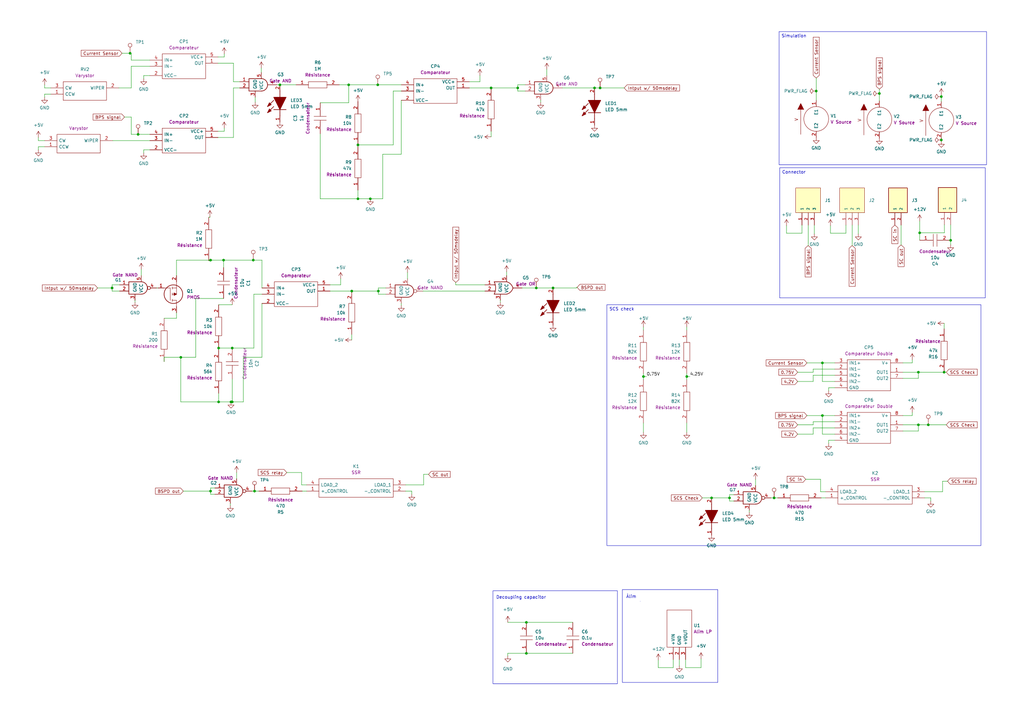
<source format=kicad_sch>
(kicad_sch (version 20230121) (generator eeschema)
  (paper "A3")
  (title_block (title "BSPD") (date "2024-03-06") (company "EPSA"))
  (junction (at 299.212 204.216))
  (junction (at 74.168 146.558))
  (junction (at 144.272 119.38))
  (junction (at 103.886 106.68))
  (junction (at 380.746 174.244))
  (junction (at 86.36 106.68))
  (junction (at 215.9 267.97))
  (junction (at 281.686 154.432))
  (junction (at 154.94 34.798))
  (junction (at 146.812 81.534))
  (junction (at 91.694 106.68))
  (junction (at 377.19 95.504))
  (junction (at 243.84 36.068))
  (junction (at 246.126 36.068))
  (junction (at 386.08 57.404))
  (junction (at 89.662 164.846))
  (junction (at 337.312 148.844))
  (junction (at 376.682 174.244))
  (junction (at 95.25 164.846))
  (junction (at 45.974 118.11))
  (junction (at 94.742 164.846))
  (junction (at 155.194 119.38))
  (junction (at 114.808 34.798))
  (junction (at 389.89 98.552))
  (junction (at 291.846 204.216))
  (junction (at 386.08 39.624))
  (junction (at 146.812 59.436))
  (junction (at 360.68 38.354))
  (junction (at 226.822 118.11))
  (junction (at 219.964 118.11))
  (junction (at 212.344 36.068))
  (junction (at 334.772 37.338))
  (junction (at 86.36 201.422))
  (junction (at 201.422 36.068))
  (junction (at 376.682 152.654))
  (junction (at 151.892 81.534))
  (junction (at 263.906 154.432))
  (junction (at 337.312 170.434))
  (junction (at 143.002 34.798))
  (junction (at 387.223 152.654))
  (junction (at 89.662 142.748))
  (junction (at 56.642 55.118))
  (junction (at 95.25 142.748))
  (junction (at 53.34 21.844))
  (junction (at 215.9 255.27))
  (junction (at 104.394 201.422))
  (junction (at 317.5 204.216))
  (wire (pts (xy 86.36 106.68) (xy 91.694 106.68)))
  (wire (pts (xy 123.698 198.882) (xy 125.73 198.882)))
  (wire (pts (xy 18.288 34.798) (xy 18.288 36.068)))
  (wire (pts (xy 89.408 56.388) (xy 95.758 56.388)))
  (wire (pts (xy 164.592 41.148) (xy 164.592 63.246)))
  (wire (pts (xy 91.948 23.368) (xy 89.408 23.368)))
  (wire (pts (xy 377.19 95.504) (xy 377.19 90.678)))
  (wire (pts (xy 89.662 164.846) (xy 89.662 161.29)))
  (wire (pts (xy 164.592 63.246) (xy 156.972 63.246)))
  (wire (pts (xy 389.89 98.552) (xy 389.89 92.202)))
  (wire (pts (xy 212.344 34.798) (xy 212.344 36.068)))
  (wire (pts (xy 45.974 118.11) (xy 45.974 119.38)))
  (wire (pts (xy 219.964 118.11) (xy 214.122 118.11)))
  (wire (pts (xy 161.29 59.436) (xy 161.29 37.338)))
  (wire (pts (xy 117.602 193.802) (xy 123.698 193.802)))
  (wire (pts (xy 86.36 200.152) (xy 86.36 201.422)))
  (wire (pts (xy 15.748 56.388) (xy 15.748 57.658)))
  (wire (pts (xy 387.223 132.588) (xy 387.223 134.874)))
  (wire (pts (xy 299.212 205.486) (xy 300.99 205.486)))
  (wire (pts (xy 86.36 106.934) (xy 86.36 106.68)))
  (wire (pts (xy 86.106 89.154) (xy 86.106 88.9)))
  (wire (pts (xy 336.804 204.216) (xy 338.582 204.216)))
  (wire (pts (xy 139.7 116.84) (xy 135.382 116.84)))
  (wire (pts (xy 89.662 142.748) (xy 89.662 143.51)))
  (wire (pts (xy 56.642 55.118) (xy 61.468 55.118)))
  (wire (pts (xy 276.098 273.812) (xy 276.098 270.51)))
  (wire (pts (xy 146.812 81.534) (xy 146.812 77.978)))
  (wire (pts (xy 89.408 25.908) (xy 95.758 25.908)))
  (wire (pts (xy 46.228 57.658) (xy 61.468 57.658)))
  (wire (pts (xy 281.178 273.812) (xy 281.178 270.51)))
  (wire (pts (xy 104.648 39.878) (xy 104.648 41.91)))
  (wire (pts (xy 263.906 153.162) (xy 263.906 154.432)))
  (wire (pts (xy 64.262 118.11) (xy 64.77 118.11)))
  (wire (pts (xy 85.598 89.154) (xy 86.106 89.154)))
  (wire (pts (xy 369.57 100.457) (xy 369.57 92.329)))
  (wire (pts (xy 95.25 142.748) (xy 104.14 142.748)))
  (wire (pts (xy 80.264 122.428) (xy 91.694 122.428)))
  (wire (pts (xy 91.694 109.728) (xy 91.694 106.68)))
  (wire (pts (xy 161.29 37.338) (xy 164.592 37.338)))
  (wire (pts (xy 246.126 36.068) (xy 256.032 36.068)))
  (wire (pts (xy 74.168 146.558) (xy 74.168 164.846)))
  (wire (pts (xy 166.37 201.422) (xy 168.91 201.422)))
  (wire (pts (xy 386.588 197.358) (xy 388.62 197.358)))
  (wire (pts (xy 146.812 81.534) (xy 131.318 81.534)))
  (wire (pts (xy 95.758 25.908) (xy 95.758 33.528)))
  (wire (pts (xy 270.002 273.812) (xy 276.098 273.812)))
  (wire (pts (xy 376.682 174.244) (xy 380.746 174.244)))
  (wire (pts (xy 386.08 38.862) (xy 386.08 39.624)))
  (wire (pts (xy 377.19 95.504) (xy 387.35 95.504)))
  (wire (pts (xy 212.344 37.338) (xy 215.392 37.338)))
  (wire (pts (xy 196.85 30.988) (xy 196.85 33.528)))
  (wire (pts (xy 91.948 22.098) (xy 91.948 23.368)))
  (wire (pts (xy 387.35 92.202) (xy 387.35 95.504)))
  (wire (pts (xy 123.952 201.422) (xy 125.73 201.422)))
  (wire (pts (xy 155.194 120.65) (xy 158.242 120.65)))
  (wire (pts (xy 173.482 119.38) (xy 198.882 119.38)))
  (wire (pts (xy 334.772 32.004) (xy 334.772 37.338)))
  (wire (pts (xy 89.662 164.846) (xy 74.168 164.846)))
  (wire (pts (xy 309.88 196.596) (xy 309.88 199.136)))
  (wire (pts (xy 80.264 146.558) (xy 74.168 146.558)))
  (wire (pts (xy 186.944 116.84) (xy 198.882 116.84)))
  (wire (pts (xy 85.598 106.934) (xy 86.36 106.934)))
  (wire (pts (xy 337.312 170.434) (xy 337.312 178.054)))
  (wire (pts (xy 336.55 201.676) (xy 338.582 201.676)))
  (wire (pts (xy 167.132 111.76) (xy 167.132 114.3)))
  (wire (pts (xy 334.772 37.338) (xy 334.772 41.148)))
  (wire (pts (xy 278.638 270.51) (xy 278.638 273.05)))
  (wire (pts (xy 135.382 119.38) (xy 144.272 119.38)))
  (wire (pts (xy 15.748 57.658) (xy 18.288 57.658)))
  (wire (pts (xy 154.94 34.798) (xy 164.592 34.798)))
  (wire (pts (xy 287.528 273.812) (xy 281.178 273.812)))
  (wire (pts (xy 114.808 34.798) (xy 121.412 34.798)))
  (wire (pts (xy 376.682 155.194) (xy 370.332 155.194)))
  (wire (pts (xy 207.772 111.506) (xy 207.772 113.03)))
  (wire (pts (xy 346.964 92.329) (xy 346.964 95.631)))
  (wire (pts (xy 263.906 154.432) (xy 263.906 155.702)))
  (wire (pts (xy 322.58 95.631) (xy 322.58 92.583)))
  (wire (pts (xy 208.28 255.27) (xy 215.9 255.27)))
  (wire (pts (xy 164.592 124.46) (xy 164.592 125.222)))
  (wire (pts (xy 330.962 170.434) (xy 337.312 170.434)))
  (wire (pts (xy 281.686 134.112) (xy 281.686 135.382)))
  (wire (pts (xy 337.312 148.844) (xy 342.392 148.844)))
  (wire (pts (xy 215.9 267.97) (xy 234.95 267.97)))
  (wire (pts (xy 94.742 164.846) (xy 89.662 164.846)))
  (wire (pts (xy 346.964 95.631) (xy 340.614 95.631)))
  (wire (pts (xy 88.138 200.152) (xy 86.36 200.152)))
  (wire (pts (xy 143.002 42.164) (xy 131.318 42.164)))
  (wire (pts (xy 95.25 124.968) (xy 89.662 124.968)))
  (wire (pts (xy 381.762 204.216) (xy 381.762 205.486)))
  (wire (pts (xy 263.906 154.432) (xy 265.176 154.432)))
  (wire (pts (xy 131.318 81.534) (xy 131.318 54.864)))
  (wire (pts (xy 360.68 38.354) (xy 360.68 41.402)))
  (wire (pts (xy 386.08 57.404) (xy 386.08 56.896)))
  (wire (pts (xy 72.39 106.68) (xy 86.36 106.68)))
  (wire (pts (xy 374.142 169.164) (xy 374.142 170.434)))
  (wire (pts (xy 376.682 176.784) (xy 370.332 176.784)))
  (wire (pts (xy 380.746 174.244) (xy 388.112 174.244)))
  (wire (pts (xy 370.332 174.244) (xy 376.682 174.244)))
  (wire (pts (xy 144.272 139.446) (xy 144.272 137.16)))
  (wire (pts (xy 107.442 124.46) (xy 107.442 146.558)))
  (wire (pts (xy 333.502 172.974) (xy 333.502 174.244)))
  (wire (pts (xy 49.022 116.84) (xy 45.974 116.84)))
  (wire (pts (xy 386.08 39.624) (xy 386.08 41.656)))
  (wire (pts (xy 333.502 152.654) (xy 327.152 152.654)))
  (wire (pts (xy 340.614 95.631) (xy 340.614 92.583)))
  (wire (pts (xy 386.588 201.676) (xy 379.222 201.676)))
  (wire (pts (xy 80.264 122.428) (xy 80.264 146.558)))
  (wire (pts (xy 95.25 164.846) (xy 94.742 164.846)))
  (wire (pts (xy 291.846 204.216) (xy 299.212 204.216)))
  (wire (pts (xy 374.142 148.844) (xy 370.332 148.844)))
  (wire (pts (xy 173.736 194.564) (xy 175.768 194.564)))
  (wire (pts (xy 57.912 110.49) (xy 57.912 113.03)))
  (wire (pts (xy 236.474 118.11) (xy 226.822 118.11)))
  (wire (pts (xy 333.502 153.924) (xy 333.502 156.464)))
  (wire (pts (xy 370.332 152.654) (xy 376.682 152.654)))
  (wire (pts (xy 146.812 59.436) (xy 161.29 59.436)))
  (wire (pts (xy 55.372 123.19) (xy 55.372 123.952)))
  (wire (pts (xy 113.538 34.798) (xy 114.808 34.798)))
  (wire (pts (xy 156.972 63.246) (xy 156.972 81.534)))
  (wire (pts (xy 389.89 100.33) (xy 389.89 98.552)))
  (wire (pts (xy 20.828 38.608) (xy 18.288 38.608)))
  (wire (pts (xy 173.736 198.882) (xy 166.37 198.882)))
  (wire (pts (xy 18.288 60.198) (xy 15.748 60.198)))
  (wire (pts (xy 158.242 118.11) (xy 155.194 118.11)))
  (wire (pts (xy 91.948 53.848) (xy 89.408 53.848)))
  (wire (pts (xy 67.31 146.558) (xy 74.168 146.558)))
  (wire (pts (xy 168.91 201.422) (xy 168.91 202.692)))
  (wire (pts (xy 270.002 270.764) (xy 270.002 273.812)))
  (wire (pts (xy 58.928 61.468) (xy 58.928 62.738)))
  (wire (pts (xy 155.194 119.38) (xy 155.194 120.65)))
  (wire (pts (xy 45.974 119.38) (xy 49.022 119.38)))
  (wire (pts (xy 221.742 41.148) (xy 221.742 41.91)))
  (wire (pts (xy 333.502 175.514) (xy 333.502 178.054)))
  (wire (pts (xy 349.504 92.329) (xy 349.504 100.711)))
  (wire (pts (xy 342.392 159.004) (xy 339.852 159.004)))
  (wire (pts (xy 104.394 201.422) (xy 106.172 201.422)))
  (wire (pts (xy 215.9 255.27) (xy 234.95 255.27)))
  (wire (pts (xy 72.39 130.556) (xy 67.31 130.556)))
  (wire (pts (xy 123.698 193.802) (xy 123.698 198.882)))
  (wire (pts (xy 342.392 178.054) (xy 337.312 178.054)))
  (wire (pts (xy 61.468 61.468) (xy 58.928 61.468)))
  (wire (pts (xy 376.682 152.654) (xy 376.682 155.194)))
  (wire (pts (xy 53.848 27.178) (xy 61.468 27.178)))
  (wire (pts (xy 342.392 153.924) (xy 333.502 153.924)))
  (wire (pts (xy 104.14 142.748) (xy 104.14 120.65)))
  (wire (pts (xy 376.682 152.654) (xy 387.223 152.654)))
  (wire (pts (xy 53.848 55.118) (xy 56.642 55.118)))
  (wire (pts (xy 61.468 30.988) (xy 58.928 30.988)))
  (wire (pts (xy 299.212 204.216) (xy 299.212 205.486)))
  (wire (pts (xy 328.93 95.631) (xy 322.58 95.631)))
  (wire (pts (xy 94.488 206.502) (xy 94.488 207.264)))
  (wire (pts (xy 144.272 119.38) (xy 155.194 119.38)))
  (wire (pts (xy 186.944 115.824) (xy 186.944 116.84)))
  (wire (pts (xy 104.14 120.65) (xy 107.442 120.65)))
  (wire (pts (xy 379.222 204.216) (xy 381.762 204.216)))
  (wire (pts (xy 146.812 59.436) (xy 146.812 60.198)))
  (wire (pts (xy 205.232 123.19) (xy 205.232 123.952)))
  (wire (pts (xy 376.682 174.244) (xy 376.682 176.784)))
  (wire (pts (xy 208.28 268.986) (xy 208.28 267.97)))
  (wire (pts (xy 107.442 146.558) (xy 99.822 146.558)))
  (wire (pts (xy 215.392 34.798) (xy 212.344 34.798)))
  (wire (pts (xy 99.822 164.846) (xy 95.25 164.846)))
  (wire (pts (xy 339.852 159.004) (xy 339.852 160.274)))
  (wire (pts (xy 334.01 92.329) (xy 334.01 95.885)))
  (wire (pts (xy 299.212 202.946) (xy 299.212 204.216)))
  (wire (pts (xy 236.728 117.856) (xy 236.474 117.856)))
  (wire (pts (xy 316.23 204.216) (xy 317.5 204.216)))
  (wire (pts (xy 53.848 36.068) (xy 48.768 36.068)))
  (wire (pts (xy 99.822 146.558) (xy 99.822 164.846)))
  (wire (pts (xy 377.19 98.552) (xy 377.19 95.504)))
  (wire (pts (xy 45.974 116.84) (xy 45.974 118.11)))
  (wire (pts (xy 342.392 156.464) (xy 337.312 156.464)))
  (wire (pts (xy 53.848 48.006) (xy 53.848 55.118)))
  (wire (pts (xy 50.038 21.844) (xy 53.34 21.844)))
  (wire (pts (xy 330.454 196.596) (xy 336.55 196.596)))
  (wire (pts (xy 91.694 106.68) (xy 103.886 106.68)))
  (wire (pts (xy 95.25 155.448) (xy 95.25 164.846)))
  (wire (pts (xy 226.822 118.11) (xy 219.964 118.11)))
  (wire (pts (xy 95.758 36.068) (xy 98.298 36.068)))
  (wire (pts (xy 333.502 178.054) (xy 327.152 178.054)))
  (wire (pts (xy 328.93 92.329) (xy 328.93 95.631)))
  (wire (pts (xy 360.68 36.576) (xy 360.68 38.354)))
  (wire (pts (xy 139.7 114.3) (xy 139.7 116.84)))
  (wire (pts (xy 53.848 24.638) (xy 61.468 24.638)))
  (wire (pts (xy 333.502 151.384) (xy 342.392 151.384)))
  (wire (pts (xy 107.442 106.68) (xy 107.442 118.11)))
  (wire (pts (xy 86.36 201.422) (xy 86.36 202.692)))
  (wire (pts (xy 386.588 197.358) (xy 386.588 201.676)))
  (wire (pts (xy 374.142 147.574) (xy 374.142 148.844)))
  (wire (pts (xy 342.392 175.514) (xy 333.502 175.514)))
  (wire (pts (xy 307.34 209.296) (xy 307.34 210.058)))
  (wire (pts (xy 143.002 34.798) (xy 154.94 34.798)))
  (wire (pts (xy 53.34 21.844) (xy 53.848 21.844)))
  (wire (pts (xy 336.55 196.596) (xy 336.55 201.676)))
  (wire (pts (xy 317.5 204.216) (xy 319.024 204.216)))
  (wire (pts (xy 352.044 92.329) (xy 352.044 95.885)))
  (wire (pts (xy 333.502 174.244) (xy 327.152 174.244)))
  (wire (pts (xy 15.748 60.198) (xy 15.748 61.468)))
  (wire (pts (xy 156.972 81.534) (xy 151.892 81.534)))
  (wire (pts (xy 386.08 57.912) (xy 386.08 57.404)))
  (wire (pts (xy 95.758 36.068) (xy 95.758 56.388)))
  (wire (pts (xy 300.99 202.946) (xy 299.212 202.946)))
  (wire (pts (xy 374.142 170.434) (xy 370.332 170.434)))
  (wire (pts (xy 281.686 154.432) (xy 282.956 154.432)))
  (wire (pts (xy 212.344 36.068) (xy 212.344 37.338)))
  (wire (pts (xy 337.312 148.844) (xy 337.312 156.464)))
  (wire (pts (xy 243.84 36.068) (xy 246.126 36.068)))
  (wire (pts (xy 337.312 170.434) (xy 342.392 170.434)))
  (wire (pts (xy 53.848 21.844) (xy 53.848 24.638)))
  (wire (pts (xy 51.054 48.006) (xy 53.848 48.006)))
  (wire (pts (xy 196.85 33.528) (xy 192.532 33.528)))
  (wire (pts (xy 281.686 153.162) (xy 281.686 154.432)))
  (wire (pts (xy 91.948 52.578) (xy 91.948 53.848)))
  (wire (pts (xy 263.906 134.112) (xy 263.906 135.382)))
  (wire (pts (xy 103.378 201.422) (xy 104.394 201.422)))
  (wire (pts (xy 333.502 172.974) (xy 342.392 172.974)))
  (wire (pts (xy 40.005 118.11) (xy 45.974 118.11)))
  (wire (pts (xy 281.686 173.482) (xy 281.686 177.292)))
  (wire (pts (xy 330.962 148.844) (xy 337.312 148.844)))
  (wire (pts (xy 333.502 156.464) (xy 327.152 156.464)))
  (wire (pts (xy 143.002 42.164) (xy 143.002 34.798)))
  (wire (pts (xy 97.028 193.802) (xy 97.028 196.342)))
  (wire (pts (xy 18.288 38.608) (xy 18.288 39.878)))
  (wire (pts (xy 58.928 30.988) (xy 58.928 32.258)))
  (wire (pts (xy 342.392 180.594) (xy 339.852 180.594)))
  (wire (pts (xy 18.288 36.068) (xy 20.828 36.068)))
  (wire (pts (xy 155.194 118.11) (xy 155.194 119.38)))
  (wire (pts (xy 236.474 117.856) (xy 236.474 118.11)))
  (wire (pts (xy 53.848 27.178) (xy 53.848 36.068)))
  (wire (pts (xy 192.532 36.068) (xy 201.422 36.068)))
  (wire (pts (xy 173.736 194.564) (xy 173.736 198.882)))
  (wire (pts (xy 89.662 142.748) (xy 95.25 142.748)))
  (wire (pts (xy 201.422 36.068) (xy 212.344 36.068)))
  (wire (pts (xy 339.852 180.594) (xy 339.852 181.864)))
  (wire (pts (xy 287.528 270.256) (xy 287.528 273.812)))
  (wire (pts (xy 387.223 152.654) (xy 388.112 152.654)))
  (wire (pts (xy 75.184 201.422) (xy 86.36 201.422)))
  (wire (pts (xy 281.686 154.432) (xy 281.686 155.702)))
  (wire (pts (xy 331.47 92.329) (xy 331.47 100.711)))
  (wire (pts (xy 224.282 28.448) (xy 224.282 30.988)))
  (wire (pts (xy 67.31 146.558) (xy 67.31 148.336)))
  (wire (pts (xy 95.758 33.528) (xy 98.298 33.528)))
  (wire (pts (xy 103.886 106.68) (xy 107.442 106.68)))
  (wire (pts (xy 230.632 36.068) (xy 243.84 36.068)))
  (wire (pts (xy 86.36 202.692) (xy 88.138 202.692)))
  (wire (pts (xy 151.892 81.534) (xy 146.812 81.534)))
  (wire (pts (xy 263.906 173.482) (xy 263.906 177.292)))
  (wire (pts (xy 72.39 106.68) (xy 72.39 113.03)))
  (wire (pts (xy 208.28 267.97) (xy 215.9 267.97)))
  (wire (pts (xy 107.188 27.94) (xy 107.188 29.718)))
  (wire (pts (xy 143.002 34.798) (xy 139.192 34.798)))
  (wire (pts (xy 201.422 56.134) (xy 201.422 53.848)))
  (wire (pts (xy 72.39 128.27) (xy 72.39 130.556)))
  (wire (pts (xy 333.502 151.384) (xy 333.502 152.654)))
  (wire (pts (xy 288.036 204.216) (xy 291.846 204.216)))
  (rectangle (start 255.27 241.808) (end 294.386 279.908))
  (rectangle (start 202.184 242.316) (end 253.238 280.416))
  (rectangle (start 262.636 246.634) (end 262.636 246.634))
  (text_box "Connector" (at 319.786 68.834 0) (size 84.328 53.34) (effects (font (size 1.27 1.27)) (justify left top)))
  (text_box "SCS check\n" (at 248.92 124.968 0) (size 153.416 98.806) (effects (font (size 1.27 1.27)) (justify left top)))
  (text_box "Simulation" (at 319.532 12.954 0) (size 85.09 54.61) (effects (font (size 1.27 1.27)) (justify left top)))
  (text "Àlim\n" (at 256.794 245.618 0) (effects (font (size 1.27 1.27)) (justify left bottom)))
  (text "Decoupling capacitor" (at 203.454 245.872 0) (effects (font (size 1.27 1.27)) (justify left bottom)))
  (label "4.25V" (at 282.956 154.432 0))
  (label "0.75V" (at 265.176 154.432 0))
  (global_label "SC out" (shape input) (at 175.768 194.564 0) (property "Intersheetrefs" "${INTERSHEET_REFS}" (effects hide)))
  (global_label "SCS relay" (shape input) (at 117.602 193.802 180) (property "Intersheetrefs" "${INTERSHEET_REFS}" (effects hide)))
  (global_label "SCS relay" (shape input) (at 388.62 197.358 0) (property "Intersheetrefs" "${INTERSHEET_REFS}" (effects hide)))
  (global_label "BPS signal" (shape input) (at 331.47 100.711 270) (property "Intersheetrefs" "${INTERSHEET_REFS}" (effects hide)))
  (global_label "Intput w{slash} 50msdelay" (shape input) (at 256.032 36.068 0) (property "Intersheetrefs" "${INTERSHEET_REFS}" (effects hide)))
  (global_label "Current Sensor" (shape input) (at 50.038 21.844 180) (property "Intersheetrefs" "${INTERSHEET_REFS}" (effects hide)))
  (global_label "BPS signal" (shape input) (at 360.68 36.576 90) (property "Intersheetrefs" "${INTERSHEET_REFS}" (effects hide)))
  (global_label "SCS Check" (shape input) (at 388.112 152.654 0) (property "Intersheetrefs" "${INTERSHEET_REFS}" (effects hide)))
  (global_label "0.75V" (shape input) (at 327.152 152.654 180) (property "Intersheetrefs" "${INTERSHEET_REFS}" (effects hide)))
  (global_label "SC out" (shape input) (at 369.57 100.457 270) (property "Intersheetrefs" "${INTERSHEET_REFS}" (effects hide)))
  (global_label "BPS signal" (shape input) (at 330.962 170.434 180) (property "Intersheetrefs" "${INTERSHEET_REFS}" (effects hide)))
  (global_label "BPS signal" (shape input) (at 51.054 48.006 180) (property "Intersheetrefs" "${INTERSHEET_REFS}" (effects hide)))
  (global_label "0.75V" (shape input) (at 327.152 174.244 180) (property "Intersheetrefs" "${INTERSHEET_REFS}" (effects hide)))
  (global_label "SC in" (shape input) (at 367.03 92.329 270) (property "Intersheetrefs" "${INTERSHEET_REFS}" (effects hide)))
  (global_label "4.2V" (shape input) (at 327.152 178.054 180) (property "Intersheetrefs" "${INTERSHEET_REFS}" (effects hide)))
  (global_label "Current Sensor" (shape input) (at 334.772 32.004 90) (property "Intersheetrefs" "${INTERSHEET_REFS}" (effects hide)))
  (global_label "SCS Check" (shape input) (at 388.112 174.244 0) (property "Intersheetrefs" "${INTERSHEET_REFS}" (effects hide)))
  (global_label "Current Sensor" (shape input) (at 330.962 148.844 180) (property "Intersheetrefs" "${INTERSHEET_REFS}" (effects hide)))
  (global_label "BSPD out" (shape input) (at 236.728 117.856 0) (property "Intersheetrefs" "${INTERSHEET_REFS}" (effects hide)))
  (global_label "4.2V" (shape input) (at 327.152 156.464 180) (property "Intersheetrefs" "${INTERSHEET_REFS}" (effects hide)))
  (global_label "SCS Check" (shape input) (at 288.036 204.216 180) (property "Intersheetrefs" "${INTERSHEET_REFS}" (effects hide)))
  (global_label "Intput w{slash} 50msdelay" (shape input) (at 186.944 115.824 90) (property "Intersheetrefs" "${INTERSHEET_REFS}" (effects hide)))
  (global_label "SC in" (shape input) (at 330.454 196.596 180) (property "Intersheetrefs" "${INTERSHEET_REFS}" (effects hide)))
  (global_label "Intput w{slash} 50msdelay" (shape input) (at 40.005 118.11 180) (property "Intersheetrefs" "${INTERSHEET_REFS}" (effects hide)))
  (global_label "Current Sensor" (shape input) (at 349.504 100.711 270) (property "Intersheetrefs" "${INTERSHEET_REFS}" (effects hide)))
  (global_label "BSPD out" (shape input) (at 75.184 201.422 180) (property "Intersheetrefs" "${INTERSHEET_REFS}" (effects hide)))
  (symbol (lib_id "EPSA_lib:TestPoint") (at 219.964 118.11 0) (unit 1)
    (property "Reference" "TP6" (at 222.25 113.538 0) (effects (justify left)))
    (property "Value" "${SIM.PARAMS}" (effects hide))
    (property "Footprint" "TestPoint:TestPoint_Pad_D2.0mm" (effects hide))
    (property "Sim.Pins" "1=1" (effects hide))
    (property "Sim.Device" "SPICE" (effects hide))
    (property "Sim.Params" "type=\"R\" model=\"TestPoint\" lib=\"\"" (effects hide))
    (property "Sim.Enable" "0" (effects hide))
  )
  (symbol (lib_id "EPSA_lib:Résistance RK73H2BLTDD2152F") (at 121.412 34.798 0) (unit 1)
    (property "Reference" "R6" (at 130.302 25.654 0))
    (property "Value" "1M" (at 130.302 28.194 0))
    (property "Footprint" "EPSA_lib:RESC3216X70N" (effects hide))
    (property "Datasheet" "http://www.koaspeer.com/catimages/Products/RK73H/RK73H.pdf" (effects hide))
    (property "Sim.Pins" "1=+ 2=-" (effects hide))
    (property "Sim.Device" "R" (effects hide))
    (property "Description" "Thick Film Resistors - SMD" (effects hide))
    (property "Height" "0.7" (effects hide))
    (property "Manufacturer_Name" "KOA Speer" (effects hide))
    (property "Manufacturer_Part_Number" "RK73H2BLTDD2152F" (effects hide))
    (property "Mouser Part Number" "N/A" (effects hide))
    (property "Mouser Price/Stock" "https://www.mouser.co.uk/ProductDetail/KOA-Speer/RK73H2BLTDD2152F?qs=WeIALVmW3zmyxMFsjVzMRw%3D%3D" (effects hide))
    (property "Render Name" "Résistance" (at 130.302 30.734 0))
  )
  (symbol (lib_id "power:PWR_FLAG") (at 386.08 39.624 90) (unit 1)
    (property "Reference" "#FLG04" (effects hide))
    (property "Value" "PWR_FLAG" (at 382.524 39.624 90) (effects (justify left)))
  )
  (symbol (lib_id "power:GND") (at 94.742 164.846 0) (unit 1)
    (property "Reference" "#PWR013" (effects hide))
    (property "Value" "GND" (at 94.742 169.164 0))
  )
  (symbol (lib_id "power:+5V") (at 15.748 56.388 0) (unit 1)
    (property "Reference" "#PWR01" (effects hide))
    (property "Value" "+5V" (at 15.748 51.308 0))
  )
  (symbol (lib_id "EPSA_lib:Résistance RK73H2BLTDD2152F") (at 146.812 77.978 270) (mirror x) (unit 1)
    (property "Reference" "R9" (at 144.272 66.548 90) (effects (justify right)))
    (property "Value" "47k" (at 144.272 69.088 90) (effects (justify right)))
    (property "Footprint" "EPSA_lib:RESC3216X70N" (effects hide))
    (property "Datasheet" "http://www.koaspeer.com/catimages/Products/RK73H/RK73H.pdf" (effects hide))
    (property "Sim.Pins" "1=+ 2=-" (effects hide))
    (property "Sim.Device" "R" (effects hide))
    (property "Description" "Thick Film Resistors - SMD" (effects hide))
    (property "Height" "0.7" (effects hide))
    (property "Manufacturer_Name" "KOA Speer" (effects hide))
    (property "Manufacturer_Part_Number" "RK73H2BLTDD2152F" (effects hide))
    (property "Mouser Part Number" "N/A" (effects hide))
    (property "Mouser Price/Stock" "https://www.mouser.co.uk/ProductDetail/KOA-Speer/RK73H2BLTDD2152F?qs=WeIALVmW3zmyxMFsjVzMRw%3D%3D" (effects hide))
    (property "Render Name" "Résistance" (at 144.272 71.628 90) (effects (justify right)))
  )
  (symbol (lib_id "power:PWR_FLAG") (at 386.08 57.404 90) (unit 1)
    (property "Reference" "#FLG05" (effects hide))
    (property "Value" "PWR_FLAG" (at 382.524 57.404 90) (effects (justify left)))
  )
  (symbol (lib_id "power:+5V") (at 144.272 139.446 90) (unit 1)
    (property "Reference" "#PWR019" (effects hide))
    (property "Value" "+5V" (at 140.97 139.446 90) (effects (justify left)))
  )
  (symbol (lib_id "power:+5V") (at 167.132 111.76 0) (unit 1)
    (property "Reference" "#PWR023" (effects hide))
    (property "Value" "+5V" (at 167.132 107.188 0))
  )
  (symbol (lib_id "EPSA_lib:Résistance RK73H2BLTDD2152F") (at 89.662 142.748 270) (mirror x) (unit 1)
    (property "Reference" "R3" (at 87.122 131.318 90) (effects (justify right)))
    (property "Value" "10k" (at 87.122 133.858 90) (effects (justify right)))
    (property "Footprint" "EPSA_lib:RESC3216X70N" (effects hide))
    (property "Datasheet" "http://www.koaspeer.com/catimages/Products/RK73H/RK73H.pdf" (effects hide))
    (property "Sim.Pins" "1=+ 2=-" (effects hide))
    (property "Sim.Device" "R" (effects hide))
    (property "Description" "Thick Film Resistors - SMD" (effects hide))
    (property "Height" "0.7" (effects hide))
    (property "Manufacturer_Name" "KOA Speer" (effects hide))
    (property "Manufacturer_Part_Number" "RK73H2BLTDD2152F" (effects hide))
    (property "Mouser Part Number" "N/A" (effects hide))
    (property "Mouser Price/Stock" "https://www.mouser.co.uk/ProductDetail/KOA-Speer/RK73H2BLTDD2152F?qs=WeIALVmW3zmyxMFsjVzMRw%3D%3D" (effects hide))
    (property "Render Name" "Résistance" (at 87.122 136.398 90) (effects (justify right)))
  )
  (symbol (lib_name "Résistance RK73H2BLTDD2152F_1") (lib_id "EPSA_lib:Résistance RK73H2BLTDD2152F") (at 319.024 204.216 0) (mirror x) (unit 1)
    (property "Reference" "R15" (at 327.914 212.852 0))
    (property "Value" "470" (at 327.914 210.312 0))
    (property "Footprint" "EPSA_lib:RESC3216X70N" (effects hide))
    (property "Datasheet" "http://www.koaspeer.com/catimages/Products/RK73H/RK73H.pdf" (effects hide))
    (property "Sim.Pins" "1=+ 2=-" (effects hide))
    (property "Sim.Device" "R" (effects hide))
    (property "Description" "Thick Film Resistors - SMD" (effects hide))
    (property "Height" "0.7" (effects hide))
    (property "Manufacturer_Name" "KOA Speer" (effects hide))
    (property "Manufacturer_Part_Number" "RK73H2BLTDD2152F" (effects hide))
    (property "Mouser Part Number" "N/A" (effects hide))
    (property "Mouser Price/Stock" "https://www.mouser.co.uk/ProductDetail/KOA-Speer/RK73H2BLTDD2152F?qs=WeIALVmW3zmyxMFsjVzMRw%3D%3D" (effects hide))
    (property "Render Name" "Résistance" (at 327.914 207.772 0))
  )
  (symbol (lib_id "power:+5V") (at 95.25 124.968 0) (unit 1)
    (property "Reference" "#PWR014" (effects hide))
    (property "Value" "+5V" (at 95.25 120.396 0))
  )
  (symbol (lib_id "power:GND") (at 389.89 100.33 0) (unit 1)
    (property "Reference" "#PWR055" (effects hide))
    (property "Value" "GND" (at 389.89 104.648 0))
  )
  (symbol (lib_id "power:GND") (at 58.928 32.258 0) (unit 1)
    (property "Reference" "#PWR07" (effects hide))
    (property "Value" "GND" (at 58.928 36.576 0))
  )
  (symbol (lib_id "power:+5V") (at 387.223 132.588 90) (mirror x) (unit 1)
    (property "Reference" "#PWR054" (effects hide))
    (property "Value" "+5V" (at 383.921 132.588 90) (effects (justify left)))
  )
  (symbol (lib_id "EPSA_lib:TestPoint") (at 380.746 174.244 0) (unit 1)
    (property "Reference" "TP9" (at 383.032 169.672 0) (effects (justify left)))
    (property "Value" "${SIM.PARAMS}" (effects hide))
    (property "Footprint" "TestPoint:TestPoint_Pad_D2.0mm" (effects hide))
    (property "Sim.Pins" "1=1" (effects hide))
    (property "Sim.Device" "SPICE" (effects hide))
    (property "Sim.Params" "type=\"R\" model=\"TestPoint\" lib=\"\"" (effects hide))
    (property "Sim.Enable" "0" (effects hide))
  )
  (symbol (lib_id "EPSA_lib:3P Droit 22-11-2032") (at 331.47 82.169 90) (unit 1)
    (property "Reference" "J1" (at 338.328 82.169 90) (effects (justify right)))
    (property "Value" "3P Droit 22-11-2032" (effects hide))
    (property "Footprint" "EPSA_lib:MOLEX_22-11-2032" (effects hide))
    (property "Datasheet" "https://www.molex.com/en-us/products/part-detail/22112032?display=pdf" (effects hide))
    (property "Height" "10.66mm" (effects hide))
    (property "Render Name" "3P Droit" (effects hide))
    (property "Manufacturer_Name" "Molex" (effects hide))
    (property "Manufacturer_Part_Number" "22-11-2032" (effects hide))
    (property "Mouser Part Number" "538-22-11-2032" (effects hide))
    (property "Mouser Price/Stock" "https://www.mouser.fr/ProductDetail/Molex/22-11-2032?qs=KHty%2FoMxDPke3knj%252BlB5Gw%3D%3D" (effects hide))
    (property "Sim.Enable" "0" (effects hide))
  )
  (symbol (lib_id "EPSA_lib:Condensateur 0805Y1000104JXT") (at 91.694 122.428 270) (mirror x) (unit 1)
    (property "Reference" "C1" (at 101.854 116.078 0))
    (property "Value" "10u" (at 99.314 116.078 0))
    (property "Footprint" "EPSA_lib:CAPC2012X130N" (effects hide))
    (property "Datasheet" "http://docs-europe.electrocomponents.com/webdocs/119d/0900766b8119d7bc.pdf" (effects hide))
    (property "Sim.Pins" "1=+ 2=-" (effects hide))
    (property "Sim.Device" "C" (effects hide))
    (property "Description" "Syfer 0805 Ceramic Chip Capacitors" (effects hide))
    (property "Height" "1.3" (effects hide))
    (property "Manufacturer_Name" "Syfer" (effects hide))
    (property "Manufacturer_Part_Number" "0805Y1000104JXT" (effects hide))
    (property "Render Name" "Condensateur" (at 96.774 116.078 0))
  )
  (symbol (lib_id "power:GND") (at 104.648 41.91 0) (unit 1)
    (property "Reference" "#PWR016" (effects hide))
    (property "Value" "GND" (at 104.648 46.228 0))
  )
  (symbol (lib_id "power:+5V") (at 107.188 27.94 0) (unit 1)
    (property "Reference" "#PWR017" (effects hide))
    (property "Value" "+5V" (at 107.188 23.368 0))
  )
  (symbol (lib_id "power:+12V") (at 377.19 90.678 0) (unit 1)
    (property "Reference" "#PWR056" (effects hide))
    (property "Value" "+12V" (at 377.19 85.852 0))
  )
  (symbol (lib_id "power:GND") (at 15.748 61.468 0) (unit 1)
    (property "Reference" "#PWR02" (effects hide))
    (property "Value" "GND" (at 15.748 65.786 0))
  )
  (symbol (lib_id "EPSA_lib:LED 5mm") (at 291.846 219.456 90) (unit 1)
    (property "Reference" "LED4" (at 296.164 210.566 90) (effects (justify right)))
    (property "Value" "LED 5mm" (at 296.164 213.106 90) (effects (justify right)))
    (property "Footprint" "EPSA_lib:4302H55V" (effects hide))
    (property "Datasheet" "https://datasheet.datasheetarchive.com/originals/distributors/Datasheets_SAMA/a41ef812660e98d4a989505f94662604.pdf" (effects hide))
    (property "Height" "9.06" (effects hide))
    (property "Mouser Part Number" "606-4302H5-5V" (effects hide))
    (property "Mouser Price/Stock" "https://www.mouser.co.uk/ProductDetail/VCC/4302H5-5V?qs=qp111mKzDjjxM5ex4WzyIw%3D%3D" (effects hide))
    (property "Manufacturer_Name" "Visual Communications Company" (effects hide))
    (property "Manufacturer_Part_Number" "4302H5-5V" (effects hide))
  )
  (symbol (lib_id "EPSA_lib:Résistance RK73H2BLTDD2152F") (at 85.598 106.934 270) (mirror x) (unit 1)
    (property "Reference" "R2" (at 83.058 95.504 90) (effects (justify right)))
    (property "Value" "1M" (at 83.058 98.044 90) (effects (justify right)))
    (property "Footprint" "EPSA_lib:RESC3216X70N" (effects hide))
    (property "Datasheet" "http://www.koaspeer.com/catimages/Products/RK73H/RK73H.pdf" (effects hide))
    (property "Sim.Pins" "1=+ 2=-" (effects hide))
    (property "Sim.Device" "R" (effects hide))
    (property "Description" "Thick Film Resistors - SMD" (effects hide))
    (property "Height" "0.7" (effects hide))
    (property "Manufacturer_Name" "KOA Speer" (effects hide))
    (property "Manufacturer_Part_Number" "RK73H2BLTDD2152F" (effects hide))
    (property "Mouser Part Number" "N/A" (effects hide))
    (property "Mouser Price/Stock" "https://www.mouser.co.uk/ProductDetail/KOA-Speer/RK73H2BLTDD2152F?qs=WeIALVmW3zmyxMFsjVzMRw%3D%3D" (effects hide))
    (property "Render Name" "Résistance" (at 83.058 100.584 90) (effects (justify right)))
  )
  (symbol (lib_id "power:GND") (at 205.232 123.952 0) (unit 1)
    (property "Reference" "#PWR027" (effects hide))
    (property "Value" "GND" (at 205.232 128.27 0))
  )
  (symbol (lib_id "EPSA_lib:Gate NAND SN74AHCT1G00DBVR") (at 52.832 118.11 0) (unit 1)
    (property "Reference" "G1" (at 48.514 114.808 0))
    (property "Value" "Gate NAND SN74AHCT1G00DBVR" (effects hide))
    (property "Footprint" "EPSA_lib:SOT95P280X145-5N" (effects hide))
    (property "Datasheet" "http://www.ti.com/lit/gpn/sn74ahct1g00" (effects hide))
    (property "Sim.Pins" "4=1 1=2 2=3 5=4 3=5" (effects hide))
    (property "Sim.Device" "SPICE" (effects hide))
    (property "Sim.Params" "type=\"X\" model=\"SN74AHCT1G00\" lib=\"${EPSA}\\SpiceModel\\NAND_SN74AHCT1G00.lib\"" (effects hide))
    (property "Description" "Single 2-Input Positive-NAND Gate" (effects hide))
    (property "Height" "1.45" (effects hide))
    (property "Manufacturer_Name" "Texas Instruments" (effects hide))
    (property "Manufacturer_Part_Number" "SN74AHCT1G00DBVR" (effects hide))
    (property "Mouser Part Number" "595-SN74AHCT1G00DBVR" (effects hide))
    (property "Mouser Price/Stock" "https://www.mouser.co.uk/ProductDetail/Texas-Instruments/SN74AHCT1G00DBVR?qs=w32V8uFkMxnwwXcMH%2F61Dg%3D%3D" (effects hide))
    (property "Arrow Part Number" "SN74AHCT1G00DBVR" (effects hide))
    (property "Arrow Price/Stock" "https://www.arrow.com/en/products/sn74ahct1g00dbvr/texas-instruments" (effects hide))
    (property "Render Name" "Gate NAND" (at 51.308 112.776 0))
  )
  (symbol (lib_id "EPSA_lib:Gate AND SN74AHCT1G08DBVR") (at 219.202 36.068 0) (unit 1)
    (property "Reference" "G6" (at 232.41 31.8771 0))
    (property "Value" "Gate AND SN74AHCT1G08DBVR" (effects hide))
    (property "Footprint" "EPSA_lib:SOT95P280X145-5N" (effects hide))
    (property "Datasheet" "https://datasheet.datasheetarchive.com/originals/distributors/SFDatasheet-6/sf-000128638.pdf" (effects hide))
    (property "Sim.Pins" "4=1 1=2 2=3 5=4 3=5" (effects hide))
    (property "Sim.Device" "SPICE" (effects hide))
    (property "Sim.Params" "type=\"X\" model=\"SN74AHC1G08\" lib=\"${EPSA}\\SpiceModel\\AND_SN74AHC1G08.lib\"" (effects hide))
    (property "Description" "SN74AHCT1G08DBVR, Logic Gate 2 Input AND, AHCT, 8mA 5V 5-Pin SOT-23" (effects hide))
    (property "Height" "1.45" (effects hide))
    (property "Manufacturer_Name" "Texas Instruments" (effects hide))
    (property "Manufacturer_Part_Number" "SN74AHCT1G08DBVR" (effects hide))
    (property "Mouser Part Number" "595-SN74AHCT1G08DBVR" (effects hide))
    (property "Mouser Price/Stock" "https://www.mouser.co.uk/ProductDetail/Texas-Instruments/SN74AHCT1G08DBVR?qs=8Pd2FuFSoMGY9AK%2Ftqwbcw%3D%3D" (effects hide))
    (property "Arrow Part Number" "SN74AHCT1G08DBVR" (effects hide))
    (property "Arrow Price/Stock" "https://www.arrow.com/en/products/sn74ahct1g08dbvr/texas-instruments?region=nac" (effects hide))
    (property "Render Name" "Gate AND" (at 232.41 34.4171 0))
  )
  (symbol (lib_id "power:GND") (at 208.28 268.986 0) (unit 1)
    (property "Reference" "#PWR061" (effects hide))
    (property "Value" "GND" (at 208.28 274.32 0))
  )
  (symbol (lib_name "Dep_ Comparateur Double LM393LVDR_1") (lib_id "EPSA_lib:Dep_ Comparateur Double LM393LVDR") (at 342.392 171.704 0) (unit 1)
    (property "Reference" "CP6" (at 356.362 164.084 0))
    (property "Value" "Comparateur Double LM393LVDR" (effects hide))
    (property "Footprint" "EPSA_lib:SOIC127P600X175-8N" (effects hide))
    (property "Datasheet" "https://www.ti.com/lit/ds/symlink/lm393lv.pdf?ts=1609509320428&ref_url=https%253A%252F%252Feu.mouser.com%252F" (effects hide))
    (property "Sim.Pins" "1=1 2=2 3=3 4=4 5=5 6=6 7=7 8=8" (effects hide))
    (property "Sim.Device" "SPICE" (effects hide))
    (property "Sim.Params" "type=\"X\" model=\"LM2903B_Dual\" lib=\"${EPSA}\\SpiceModel\\CD_lm393.lib\"" (effects hide))
    (property "Description" "Analog Comparators 1.65-V to 5.5-V, low voltage dual commodity comparator" (effects hide))
    (property "Height" "1.75" (effects hide))
    (property "Manufacturer_Name" "Texas Instruments" (effects hide))
    (property "Manufacturer_Part_Number" "LM393LVDR" (effects hide))
    (property "Mouser Part Number" "595-LM393LVDR" (effects hide))
    (property "Mouser Price/Stock" "https://www.mouser.co.uk/ProductDetail/Texas-Instruments/LM393LVDR?qs=zW32dvEIR3vk5%2FzEI25KTQ%3D%3D" (effects hide))
    (property "Arrow Part Number" "LM393LVDR" (effects hide))
    (property "Arrow Price/Stock" "https://www.arrow.com/en/products/lm393lvdr/texas-instruments" (effects hide))
    (property "Render Name" "Comparateur Double" (at 356.362 166.624 0))
  )
  (symbol (lib_id "power:GND") (at 386.08 57.912 0) (unit 1)
    (property "Reference" "#PWR049" (effects hide))
    (property "Value" "GND" (at 386.08 62.23 0))
  )
  (symbol (lib_id "power:GND") (at 291.846 219.456 0) (unit 1)
    (property "Reference" "#PWR053" (effects hide))
    (property "Value" "GND" (at 291.846 223.774 0))
  )
  (symbol (lib_id "EPSA_lib:Résistance RK73H2BLTDD2152F") (at 281.686 155.702 270) (unit 1)
    (property "Reference" "R14" (at 279.146 162.052 90) (effects (justify right)))
    (property "Value" "82K" (at 279.146 164.592 90) (effects (justify right)))
    (property "Footprint" "EPSA_lib:RESC3216X70N" (effects hide))
    (property "Datasheet" "http://www.koaspeer.com/catimages/Products/RK73H/RK73H.pdf" (effects hide))
    (property "Sim.Pins" "1=+ 2=-" (effects hide))
    (property "Sim.Device" "R" (effects hide))
    (property "Description" "Thick Film Resistors - SMD" (effects hide))
    (property "Height" "0.7" (effects hide))
    (property "Manufacturer_Name" "KOA Speer" (effects hide))
    (property "Manufacturer_Part_Number" "RK73H2BLTDD2152F" (effects hide))
    (property "Mouser Part Number" "N/A" (effects hide))
    (property "Mouser Price/Stock" "https://www.mouser.co.uk/ProductDetail/KOA-Speer/RK73H2BLTDD2152F?qs=WeIALVmW3zmyxMFsjVzMRw%3D%3D" (effects hide))
    (property "Render Name" "Résistance" (at 279.146 167.132 90) (effects (justify right)))
  )
  (symbol (lib_id "EPSA_lib:LED 5mm") (at 226.822 133.35 90) (unit 1)
    (property "Reference" "LED2" (at 231.14 124.46 90) (effects (justify right)))
    (property "Value" "LED 5mm" (at 231.14 127 90) (effects (justify right)))
    (property "Footprint" "EPSA_lib:4302H55V" (effects hide))
    (property "Datasheet" "https://datasheet.datasheetarchive.com/originals/distributors/Datasheets_SAMA/a41ef812660e98d4a989505f94662604.pdf" (effects hide))
    (property "Height" "9.06" (effects hide))
    (property "Mouser Part Number" "606-4302H5-5V" (effects hide))
    (property "Mouser Price/Stock" "https://www.mouser.co.uk/ProductDetail/VCC/4302H5-5V?qs=qp111mKzDjjxM5ex4WzyIw%3D%3D" (effects hide))
    (property "Manufacturer_Name" "Visual Communications Company" (effects hide))
    (property "Manufacturer_Part_Number" "4302H5-5V" (effects hide))
  )
  (symbol (lib_id "power:+5V") (at 374.142 169.164 0) (unit 1)
    (property "Reference" "#PWR046" (effects hide))
    (property "Value" "+5V" (at 374.142 164.084 0))
  )
  (symbol (lib_id "EPSA_lib:3P Droit 22-11-2032") (at 349.504 82.169 90) (unit 1)
    (property "Reference" "J2" (at 356.362 82.169 90) (effects (justify right)))
    (property "Value" "3P Droit 22-11-2032" (effects hide))
    (property "Footprint" "EPSA_lib:MOLEX_22-11-2032" (effects hide))
    (property "Datasheet" "https://www.molex.com/en-us/products/part-detail/22112032?display=pdf" (effects hide))
    (property "Height" "10.66mm" (effects hide))
    (property "Render Name" "3P Droit" (effects hide))
    (property "Manufacturer_Name" "Molex" (effects hide))
    (property "Manufacturer_Part_Number" "22-11-2032" (effects hide))
    (property "Mouser Part Number" "538-22-11-2032" (effects hide))
    (property "Mouser Price/Stock" "https://www.mouser.fr/ProductDetail/Molex/22-11-2032?qs=KHty%2FoMxDPke3knj%252BlB5Gw%3D%3D" (effects hide))
    (property "Sim.Enable" "0" (effects hide))
  )
  (symbol (lib_id "power:+5V") (at 57.912 110.49 0) (unit 1)
    (property "Reference" "#PWR06" (effects hide))
    (property "Value" "+5V" (at 57.912 105.918 0))
  )
  (symbol (lib_id "EPSA_lib:Gate NAND SN74AHCT1G00DBVR") (at 91.948 201.422 0) (unit 1)
    (property "Reference" "G2" (at 87.63 198.12 0))
    (property "Value" "Gate NAND SN74AHCT1G00DBVR" (effects hide))
    (property "Footprint" "EPSA_lib:SOT95P280X145-5N" (effects hide))
    (property "Datasheet" "http://www.ti.com/lit/gpn/sn74ahct1g00" (effects hide))
    (property "Sim.Pins" "4=1 1=2 2=3 5=4 3=5" (effects hide))
    (property "Sim.Device" "SPICE" (effects hide))
    (property "Sim.Params" "type=\"X\" model=\"SN74AHCT1G00\" lib=\"${EPSA}\\SpiceModel\\NAND_SN74AHCT1G00.lib\"" (effects hide))
    (property "Description" "Single 2-Input Positive-NAND Gate" (effects hide))
    (property "Height" "1.45" (effects hide))
    (property "Manufacturer_Name" "Texas Instruments" (effects hide))
    (property "Manufacturer_Part_Number" "SN74AHCT1G00DBVR" (effects hide))
    (property "Mouser Part Number" "595-SN74AHCT1G00DBVR" (effects hide))
    (property "Mouser Price/Stock" "https://www.mouser.co.uk/ProductDetail/Texas-Instruments/SN74AHCT1G00DBVR?qs=w32V8uFkMxnwwXcMH%2F61Dg%3D%3D" (effects hide))
    (property "Arrow Part Number" "SN74AHCT1G00DBVR" (effects hide))
    (property "Arrow Price/Stock" "https://www.arrow.com/en/products/sn74ahct1g00dbvr/texas-instruments" (effects hide))
    (property "Render Name" "Gate NAND" (at 90.424 196.088 0))
  )
  (symbol (lib_id "EPSA_lib:VSOURCE") (at 360.68 47.752 90) (unit 1) (in_bom no) (on_board no)
    (property "Reference" "V2" (at 366.522 47.752 90) (effects (justify right)))
    (property "Value" "5" (effects hide))
    (property "Sim.Pins" "1=+ 2=-" (effects hide))
    (property "Sim.Type" "PULSE" (effects hide))
    (property "Sim.Device" "V" (effects hide))
    (property "Render Name" "V Source" (at 366.522 50.292 90) (effects (justify right)))
    (property "Sim.Params" "y1=0 y2=5 td=1 tr=0.01 tf=0.01 tw=5 per=10 np=4" (effects hide))
  )
  (symbol (lib_id "EPSA_lib:Résistance RK73H2BLTDD2152F") (at 89.662 161.29 270) (mirror x) (unit 1)
    (property "Reference" "R4" (at 87.122 149.86 90) (effects (justify right)))
    (property "Value" "56k" (at 87.122 152.4 90) (effects (justify right)))
    (property "Footprint" "EPSA_lib:RESC3216X70N" (effects hide))
    (property "Datasheet" "http://www.koaspeer.com/catimages/Products/RK73H/RK73H.pdf" (effects hide))
    (property "Sim.Pins" "1=+ 2=-" (effects hide))
    (property "Sim.Device" "R" (effects hide))
    (property "Description" "Thick Film Resistors - SMD" (effects hide))
    (property "Height" "0.7" (effects hide))
    (property "Manufacturer_Name" "KOA Speer" (effects hide))
    (property "Manufacturer_Part_Number" "RK73H2BLTDD2152F" (effects hide))
    (property "Mouser Part Number" "N/A" (effects hide))
    (property "Mouser Price/Stock" "https://www.mouser.co.uk/ProductDetail/KOA-Speer/RK73H2BLTDD2152F?qs=WeIALVmW3zmyxMFsjVzMRw%3D%3D" (effects hide))
    (property "Render Name" "Résistance" (at 87.122 154.94 90) (effects (justify right)))
  )
  (symbol (lib_id "EPSA_lib:Résistance RK73H2BLTDD2152F") (at 67.31 148.336 270) (mirror x) (unit 1)
    (property "Reference" "R1" (at 64.77 136.906 90) (effects (justify right)))
    (property "Value" "200" (at 64.77 139.446 90) (effects (justify right)))
    (property "Footprint" "EPSA_lib:RESC3216X70N" (effects hide))
    (property "Datasheet" "http://www.koaspeer.com/catimages/Products/RK73H/RK73H.pdf" (effects hide))
    (property "Sim.Pins" "1=+ 2=-" (effects hide))
    (property "Sim.Device" "R" (effects hide))
    (property "Description" "Thick Film Resistors - SMD" (effects hide))
    (property "Height" "0.7" (effects hide))
    (property "Manufacturer_Name" "KOA Speer" (effects hide))
    (property "Manufacturer_Part_Number" "RK73H2BLTDD2152F" (effects hide))
    (property "Mouser Part Number" "N/A" (effects hide))
    (property "Mouser Price/Stock" "https://www.mouser.co.uk/ProductDetail/KOA-Speer/RK73H2BLTDD2152F?qs=WeIALVmW3zmyxMFsjVzMRw%3D%3D" (effects hide))
    (property "Render Name" "Résistance" (at 64.77 141.986 90) (effects (justify right)))
  )
  (symbol (lib_id "EPSA_lib:Résistance RK73H2BLTDD2152F") (at 281.686 135.382 270) (unit 1)
    (property "Reference" "R13" (at 279.146 141.732 90) (effects (justify right)))
    (property "Value" "12K" (at 279.146 144.272 90) (effects (justify right)))
    (property "Footprint" "EPSA_lib:RESC3216X70N" (effects hide))
    (property "Datasheet" "http://www.koaspeer.com/catimages/Products/RK73H/RK73H.pdf" (effects hide))
    (property "Sim.Pins" "1=+ 2=-" (effects hide))
    (property "Sim.Device" "R" (effects hide))
    (property "Description" "Thick Film Resistors - SMD" (effects hide))
    (property "Height" "0.7" (effects hide))
    (property "Manufacturer_Name" "KOA Speer" (effects hide))
    (property "Manufacturer_Part_Number" "RK73H2BLTDD2152F" (effects hide))
    (property "Mouser Part Number" "N/A" (effects hide))
    (property "Mouser Price/Stock" "https://www.mouser.co.uk/ProductDetail/KOA-Speer/RK73H2BLTDD2152F?qs=WeIALVmW3zmyxMFsjVzMRw%3D%3D" (effects hide))
    (property "Render Name" "Résistance" (at 279.146 146.812 90) (effects (justify right)))
  )
  (symbol (lib_id "power:GND") (at 307.34 210.058 0) (unit 1)
    (property "Reference" "#PWR035" (effects hide))
    (property "Value" "GND" (at 307.34 214.376 0))
  )
  (symbol (lib_id "EPSA_lib:TestPoint") (at 317.5 204.216 0) (unit 1)
    (property "Reference" "TP8" (at 319.786 199.644 0) (effects (justify left)))
    (property "Value" "${SIM.PARAMS}" (effects hide))
    (property "Footprint" "TestPoint:TestPoint_Pad_D2.0mm" (effects hide))
    (property "Sim.Pins" "1=1" (effects hide))
    (property "Sim.Device" "SPICE" (effects hide))
    (property "Sim.Params" "type=\"R\" model=\"TestPoint\" lib=\"\"" (effects hide))
    (property "Sim.Enable" "0" (effects hide))
  )
  (symbol (lib_name "Condensateur 0805Y1000104JXT_1") (lib_id "EPSA_lib:Condensateur 0805Y1000104JXT") (at 377.19 98.552 0) (mirror x) (unit 1)
    (property "Reference" "C4" (at 383.54 108.204 0))
    (property "Value" "10u" (at 383.54 105.664 0))
    (property "Footprint" "EPSA_lib:CAPC2012X130N" (effects hide))
    (property "Datasheet" "http://docs-europe.electrocomponents.com/webdocs/119d/0900766b8119d7bc.pdf" (effects hide))
    (property "Sim.Pins" "1=+ 2=-" (effects hide))
    (property "Sim.Device" "C" (effects hide))
    (property "Description" "Syfer 0805 Ceramic Chip Capacitors" (effects hide))
    (property "Height" "1.3" (effects hide))
    (property "Manufacturer_Name" "Syfer" (effects hide))
    (property "Manufacturer_Part_Number" "0805Y1000104JXT" (effects hide))
    (property "Render Name" "Condensateur" (at 383.54 103.124 0))
  )
  (symbol (lib_id "power:GND") (at 168.91 202.692 0) (unit 1)
    (property "Reference" "#PWR024" (effects hide))
    (property "Value" "GND" (at 168.91 207.01 0))
  )
  (symbol (lib_id "EPSA_lib:VSOURCE") (at 386.08 48.006 90) (unit 1) (in_bom no) (on_board no)
    (property "Reference" "V3" (at 391.922 48.006 90) (effects (justify right)))
    (property "Value" "5" (effects hide))
    (property "Sim.Pins" "1=+ 2=-" (effects hide))
    (property "Sim.Type" "DC" (effects hide))
    (property "Sim.Device" "V" (effects hide))
    (property "Render Name" "V Source" (at 391.922 50.546 90) (effects (justify right)))
  )
  (symbol (lib_id "power:+5V") (at 263.906 134.112 0) (unit 1)
    (property "Reference" "#PWR031" (effects hide))
    (property "Value" "+5V" (at 263.906 130.556 0))
  )
  (symbol (lib_id "power:+5V") (at 281.686 134.112 0) (unit 1)
    (property "Reference" "#PWR033" (effects hide))
    (property "Value" "+5V" (at 281.686 130.556 0))
  )
  (symbol (lib_id "power:GND") (at 339.852 181.864 0) (unit 1)
    (property "Reference" "#PWR040" (effects hide))
    (property "Value" "GND" (at 339.852 186.182 0))
  )
  (symbol (lib_id "EPSA_lib:Comparateur TS391ILT") (at 61.468 24.638 0) (unit 1)
    (property "Reference" "CP1" (at 75.438 17.018 0))
    (property "Value" "Comparateur TS391ILT" (effects hide))
    (property "Footprint" "EPSA_lib:SOT95P280X145-5N" (effects hide))
    (property "Datasheet" "http://www.st.com/st-web-ui/static/active/en/resource/technical/document/datasheet/CD00001660.pdf" (effects hide))
    (property "Sim.Pins" "4=1 3=2 5=3 2=4 1=5" (effects hide))
    (property "Sim.Device" "SPICE" (effects hide))
    (property "Sim.Params" "type=\"X\" model=\"TS391\" lib=\"${EPSA}\\SpiceModel\\C_ts391.lib\"" (effects hide))
    (property "Description" "TS391ILT, Comparator Open Collector 0.3us 12 V, 15 V, 18 V, 24 V, 28 V, 3 V, 5 V, 9 V 5-Pin SOT-23" (effects hide))
    (property "Height" "1.45" (effects hide))
    (property "Manufacturer_Name" "STMicroelectronics" (effects hide))
    (property "Manufacturer_Part_Number" "TS391ILT" (effects hide))
    (property "Mouser Part Number" "511-TS391IL" (effects hide))
    (property "Mouser Price/Stock" "https://www.mouser.co.uk/ProductDetail/STMicroelectronics/TS391ILT?qs=P8h1tZw8GcB9GWR61XM17g%3D%3D" (effects hide))
    (property "Arrow Part Number" "TS391ILT" (effects hide))
    (property "Arrow Price/Stock" "https://www.arrow.com/en/products/ts391ilt/stmicroelectronics?region=europe" (effects hide))
    (property "Render Name" "Comparateur" (at 75.438 19.558 0))
  )
  (symbol (lib_id "EPSA_lib:TestPoint") (at 53.34 21.844 0) (unit 1)
    (property "Reference" "TP1" (at 55.626 17.272 0) (effects (justify left)))
    (property "Value" "${SIM.PARAMS}" (effects hide))
    (property "Footprint" "TestPoint:TestPoint_Pad_D2.0mm" (effects hide))
    (property "Sim.Pins" "1=1" (effects hide))
    (property "Sim.Device" "SPICE" (effects hide))
    (property "Sim.Params" "type=\"R\" model=\"TestPoint\" lib=\"\"" (effects hide))
    (property "Sim.Enable" "0" (effects hide))
  )
  (symbol (lib_id "power:+5V") (at 340.614 92.583 0) (unit 1)
    (property "Reference" "#PWR042" (effects hide))
    (property "Value" "+5V" (at 340.614 88.011 0))
  )
  (symbol (lib_id "EPSA_lib:Alim LP TSR_0.5-2450") (at 281.178 269.24 90) (unit 1)
    (property "Reference" "U1" (at 284.48 256.54 90) (effects (justify right)))
    (property "Value" "Alim LP TSR_0.5-2450" (effects hide))
    (property "Footprint" "EPSA_lib:AE40UWS12" (effects hide))
    (property "Datasheet" "https://tracopower.com/tsr0-5-datasheet/" (effects hide))
    (property "Description" "0.5 Amp POL switching regulator, 4.75 to -32 VDC input, pos.-pos. circuit, LM78 compatible, SIP-3" (effects hide))
    (property "Manufacturer_Name" "Traco Power" (effects hide))
    (property "Manufacturer_Part_Number" "TSR 0.5-2450" (effects hide))
    (property "Mouser Part Number" "495-TSR0.5-2450" (effects hide))
    (property "Mouser Price/Stock" "https://www.mouser.co.uk/ProductDetail/TRACO-Power/TSR-0.5-2450?qs=ckJk83FOD0XpEgQBSwF%2FIw%3D%3D" (effects hide))
    (property "Render Name" "Alim LP" (at 284.48 259.08 90) (effects (justify right)))
  )
  (symbol (lib_id "power:+5V") (at 224.282 28.448 0) (unit 1)
    (property "Reference" "#PWR030" (effects hide))
    (property "Value" "+5V" (at 224.282 23.876 0))
  )
  (symbol (lib_id "EPSA_lib:Résistance RK73H2BLTDD2152F") (at 387.223 134.874 270) (unit 1)
    (property "Reference" "R16" (at 384.683 146.304 90) (effects (justify right)))
    (property "Value" "47k" (at 384.683 143.764 90) (effects (justify right)))
    (property "Footprint" "EPSA_lib:RESC3216X70N" (effects hide))
    (property "Datasheet" "http://www.koaspeer.com/catimages/Products/RK73H/RK73H.pdf" (effects hide))
    (property "Sim.Pins" "1=+ 2=-" (effects hide))
    (property "Sim.Device" "R" (effects hide))
    (property "Description" "Thick Film Resistors - SMD" (effects hide))
    (property "Height" "0.7" (effects hide))
    (property "Manufacturer_Name" "KOA Speer" (effects hide))
    (property "Manufacturer_Part_Number" "RK73H2BLTDD2152F" (effects hide))
    (property "Mouser Part Number" "N/A" (effects hide))
    (property "Mouser Price/Stock" "https://www.mouser.co.uk/ProductDetail/KOA-Speer/RK73H2BLTDD2152F?qs=WeIALVmW3zmyxMFsjVzMRw%3D%3D" (effects hide))
    (property "Render Name" "Résistance" (at 385.826 139.954 90) (effects (justify right)))
  )
  (symbol (lib_id "power:GND") (at 243.84 51.308 0) (unit 1)
    (property "Reference" "#PWR050" (effects hide))
    (property "Value" "GND" (at 243.84 55.626 0))
  )
  (symbol (lib_id "power:+5V") (at 139.7 114.3 0) (unit 1)
    (property "Reference" "#PWR018" (effects hide))
    (property "Value" "+5V" (at 139.7 109.728 0))
  )
  (symbol (lib_id "EPSA_lib:SSR CPC1394GR") (at 125.73 198.882 0) (unit 1)
    (property "Reference" "K1" (at 146.05 191.262 0))
    (property "Value" "SSR CPC1394GR" (effects hide))
    (property "Footprint" "EPSA_lib:CPC1394GR" (effects hide))
    (property "Datasheet" "https://componentsearchengine.com/Datasheets/1/CPC1394GR.pdf" (effects hide))
    (property "Sim.Pins" "1=1 2=2 3=3 4=4" (effects hide))
    (property "Sim.Device" "SPICE" (effects hide))
    (property "Sim.Params" "type=\"X\" model=\"SWITCH\" lib=\"${EPSA}\\SpiceModel\\SSR.lib\"" (effects hide))
    (property "Description" "SPST-NO Solid State Relay Solder 120 mA rms/mA dc Surface Mount, DC MOSFET" (effects hide))
    (property "Height" "3.556" (effects hide))
    (property "Manufacturer_Name" "LITTELFUSE" (effects hide))
    (property "Manufacturer_Part_Number" "CPC1394GR" (effects hide))
    (property "Mouser Part Number" "849-CPC1394GR" (effects hide))
    (property "Mouser Price/Stock" "https://www.mouser.co.uk/ProductDetail/IXYS-Integrated-Circuits/CPC1394GR?qs=8uBHJDVwVqyTG8bzDwZMmA%3D%3D" (effects hide))
    (property "Render Name" "SSR" (at 146.05 193.802 0))
  )
  (symbol (lib_id "power:GND") (at 352.044 95.885 0) (unit 1)
    (property "Reference" "#PWR044" (effects hide))
    (property "Value" "GND" (at 352.044 100.203 0))
  )
  (symbol (lib_id "power:+5V") (at 201.422 56.134 90) (unit 1)
    (property "Reference" "#PWR026" (effects hide))
    (property "Value" "+5V" (at 198.12 56.134 90) (effects (justify left)))
  )
  (symbol (lib_id "EPSA_lib:Gate AND SN74AHCT1G08DBVR") (at 102.108 34.798 0) (unit 1)
    (property "Reference" "G3" (at 115.062 30.6071 0))
    (property "Value" "Gate AND SN74AHCT1G08DBVR" (effects hide))
    (property "Footprint" "EPSA_lib:SOT95P280X145-5N" (effects hide))
    (property "Datasheet" "https://datasheet.datasheetarchive.com/originals/distributors/SFDatasheet-6/sf-000128638.pdf" (effects hide))
    (property "Sim.Pins" "4=1 1=2 2=3 5=4 3=5" (effects hide))
    (property "Sim.Device" "SPICE" (effects hide))
    (property "Sim.Params" "type=\"X\" model=\"SN74AHC1G08\" lib=\"${EPSA}\\SpiceModel\\AND_SN74AHC1G08.lib\"" (effects hide))
    (property "Description" "SN74AHCT1G08DBVR, Logic Gate 2 Input AND, AHCT, 8mA 5V 5-Pin SOT-23" (effects hide))
    (property "Height" "1.45" (effects hide))
    (property "Manufacturer_Name" "Texas Instruments" (effects hide))
    (property "Manufacturer_Part_Number" "SN74AHCT1G08DBVR" (effects hide))
    (property "Mouser Part Number" "595-SN74AHCT1G08DBVR" (effects hide))
    (property "Mouser Price/Stock" "https://www.mouser.co.uk/ProductDetail/Texas-Instruments/SN74AHCT1G08DBVR?qs=8Pd2FuFSoMGY9AK%2Ftqwbcw%3D%3D" (effects hide))
    (property "Arrow Part Number" "SN74AHCT1G08DBVR" (effects hide))
    (property "Arrow Price/Stock" "https://www.arrow.com/en/products/sn74ahct1g08dbvr/texas-instruments?region=nac" (effects hide))
    (property "Render Name" "Gate AND" (at 115.062 33.1471 0))
  )
  (symbol (lib_id "EPSA_lib:Condensateur 0805Y1000104JXT") (at 95.25 155.448 270) (mirror x) (unit 1)
    (property "Reference" "C2" (at 105.41 149.098 0))
    (property "Value" "10n" (at 102.87 149.098 0))
    (property "Footprint" "EPSA_lib:CAPC2012X130N" (effects hide))
    (property "Datasheet" "http://docs-europe.electrocomponents.com/webdocs/119d/0900766b8119d7bc.pdf" (effects hide))
    (property "Sim.Pins" "1=+ 2=-" (effects hide))
    (property "Sim.Device" "C" (effects hide))
    (property "Description" "Syfer 0805 Ceramic Chip Capacitors" (effects hide))
    (property "Height" "1.3" (effects hide))
    (property "Manufacturer_Name" "Syfer" (effects hide))
    (property "Manufacturer_Part_Number" "0805Y1000104JXT" (effects hide))
    (property "Render Name" "Condensateur" (at 100.33 149.098 0))
  )
  (symbol (lib_id "EPSA_lib:Résistance RK73H2BLTDD2152F") (at 146.812 59.436 270) (mirror x) (unit 1)
    (property "Reference" "R8" (at 144.272 48.006 90) (effects (justify right)))
    (property "Value" "10k" (at 144.272 50.546 90) (effects (justify right)))
    (property "Footprint" "EPSA_lib:RESC3216X70N" (effects hide))
    (property "Datasheet" "http://www.koaspeer.com/catimages/Products/RK73H/RK73H.pdf" (effects hide))
    (property "Sim.Pins" "1=+ 2=-" (effects hide))
    (property "Sim.Device" "R" (effects hide))
    (property "Description" "Thick Film Resistors - SMD" (effects hide))
    (property "Height" "0.7" (effects hide))
    (property "Manufacturer_Name" "KOA Speer" (effects hide))
    (property "Manufacturer_Part_Number" "RK73H2BLTDD2152F" (effects hide))
    (property "Mouser Part Number" "N/A" (effects hide))
    (property "Mouser Price/Stock" "https://www.mouser.co.uk/ProductDetail/KOA-Speer/RK73H2BLTDD2152F?qs=WeIALVmW3zmyxMFsjVzMRw%3D%3D" (effects hide))
    (property "Render Name" "Résistance" (at 144.272 53.086 90) (effects (justify right)))
  )
  (symbol (lib_id "power:GND") (at 263.906 177.292 0) (unit 1)
    (property "Reference" "#PWR032" (effects hide))
    (property "Value" "GND" (at 263.906 181.61 0))
  )
  (symbol (lib_id "EPSA_lib:2P Droit 2-11-2022") (at 387.35 82.042 90) (unit 1)
    (property "Reference" "J4" (at 394.208 82.042 90) (effects (justify right)))
    (property "Value" "2P Droit 2-11-2022" (effects hide))
    (property "Footprint" "EPSA_lib:MOLEX_22-11-2022" (effects hide))
    (property "Datasheet" "https://www.molex.com/en-us/products/part-detail/22112022?display=pdf" (effects hide))
    (property "Height" "10.66mm" (effects hide))
    (property "Render Name" "2P Droit" (effects hide))
    (property "Manufacturer_Name" "Molex" (effects hide))
    (property "Manufacturer_Part_Number" "22-11-2022" (effects hide))
    (property "Mouser Part Number" "538-22-11-2022" (effects hide))
    (property "Mouser Price/Stock" "https://www.mouser.fr/ProductDetail/Molex/22-11-2022?qs=mrPiglD9aYLq1NGrfjXTJg%3D%3D" (effects hide))
    (property "Sim.Enable" "0" (effects hide))
  )
  (symbol (lib_id "EPSA_lib:Résistance RK73H2BLTDD2152F") (at 263.906 155.702 270) (unit 1)
    (property "Reference" "R12" (at 261.366 162.052 90) (effects (justify right)))
    (property "Value" "12K" (at 261.366 164.592 90) (effects (justify right)))
    (property "Footprint" "EPSA_lib:RESC3216X70N" (effects hide))
    (property "Datasheet" "http://www.koaspeer.com/catimages/Products/RK73H/RK73H.pdf" (effects hide))
    (property "Sim.Pins" "1=+ 2=-" (effects hide))
    (property "Sim.Device" "R" (effects hide))
    (property "Description" "Thick Film Resistors - SMD" (effects hide))
    (property "Height" "0.7" (effects hide))
    (property "Manufacturer_Name" "KOA Speer" (effects hide))
    (property "Manufacturer_Part_Number" "RK73H2BLTDD2152F" (effects hide))
    (property "Mouser Part Number" "N/A" (effects hide))
    (property "Mouser Price/Stock" "https://www.mouser.co.uk/ProductDetail/KOA-Speer/RK73H2BLTDD2152F?qs=WeIALVmW3zmyxMFsjVzMRw%3D%3D" (effects hide))
    (property "Render Name" "Résistance" (at 261.366 167.132 90) (effects (justify right)))
  )
  (symbol (lib_id "power:PWR_FLAG") (at 360.68 38.354 90) (unit 1)
    (property "Reference" "#FLG03" (effects hide))
    (property "Value" "PWR_FLAG" (at 357.632 38.354 90) (effects (justify left)))
  )
  (symbol (lib_id "EPSA_lib:Résistance RK73H2BLTDD2152F") (at 201.422 53.848 270) (mirror x) (unit 1)
    (property "Reference" "R10" (at 198.882 42.418 90) (effects (justify right)))
    (property "Value" "47k" (at 198.882 44.958 90) (effects (justify right)))
    (property "Footprint" "EPSA_lib:RESC3216X70N" (effects hide))
    (property "Datasheet" "http://www.koaspeer.com/catimages/Products/RK73H/RK73H.pdf" (effects hide))
    (property "Sim.Pins" "1=+ 2=-" (effects hide))
    (property "Sim.Device" "R" (effects hide))
    (property "Description" "Thick Film Resistors - SMD" (effects hide))
    (property "Height" "0.7" (effects hide))
    (property "Manufacturer_Name" "KOA Speer" (effects hide))
    (property "Manufacturer_Part_Number" "RK73H2BLTDD2152F" (effects hide))
    (property "Mouser Part Number" "N/A" (effects hide))
    (property "Mouser Price/Stock" "https://www.mouser.co.uk/ProductDetail/KOA-Speer/RK73H2BLTDD2152F?qs=WeIALVmW3zmyxMFsjVzMRw%3D%3D" (effects hide))
    (property "Render Name" "Résistance" (at 198.882 47.498 90) (effects (justify right)))
  )
  (symbol (lib_id "power:+5V") (at 196.85 30.988 0) (unit 1)
    (property "Reference" "#PWR025" (effects hide))
    (property "Value" "+5V" (at 196.85 26.416 0))
  )
  (symbol (lib_id "EPSA_lib:Dep_Comparateur TS391ILT") (at 107.442 118.11 0) (unit 1)
    (property "Reference" "CP3" (at 121.412 110.49 0))
    (property "Value" "Comparateur TS391ILT" (effects hide))
    (property "Footprint" "EPSA_lib:SOT95P280X145-5N" (effects hide))
    (property "Datasheet" "http://www.st.com/st-web-ui/static/active/en/resource/technical/document/datasheet/CD00001660.pdf" (effects hide))
    (property "Sim.Pins" "4=1 3=2 5=3 2=4 1=5" (effects hide))
    (property "Sim.Device" "SPICE" (effects hide))
    (property "Sim.Params" "type=\"X\" model=\"TS391\" lib=\"${EPSA}\\SpiceModel\\C_ts391.lib\"" (effects hide))
    (property "Description" "TS391ILT, Comparator Open Collector 0.3us 12 V, 15 V, 18 V, 24 V, 28 V, 3 V, 5 V, 9 V 5-Pin SOT-23" (effects hide))
    (property "Height" "1.45" (effects hide))
    (property "Manufacturer_Name" "STMicroelectronics" (effects hide))
    (property "Manufacturer_Part_Number" "TS391ILT" (effects hide))
    (property "Mouser Part Number" "511-TS391IL" (effects hide))
    (property "Mouser Price/Stock" "https://www.mouser.co.uk/ProductDetail/STMicroelectronics/TS391ILT?qs=P8h1tZw8GcB9GWR61XM17g%3D%3D" (effects hide))
    (property "Arrow Part Number" "TS391ILT" (effects hide))
    (property "Arrow Price/Stock" "https://www.arrow.com/en/products/ts391ilt/stmicroelectronics?region=europe" (effects hide))
    (property "Render Name" "Comparateur" (at 121.412 113.03 0))
  )
  (symbol (lib_id "EPSA_lib:TestPoint") (at 154.94 34.798 0) (unit 1)
    (property "Reference" "TP5" (at 157.226 30.226 0) (effects (justify left)))
    (property "Value" "${SIM.PARAMS}" (effects hide))
    (property "Footprint" "TestPoint:TestPoint_Pad_D2.0mm" (effects hide))
    (property "Sim.Pins" "1=1" (effects hide))
    (property "Sim.Device" "SPICE" (effects hide))
    (property "Sim.Params" "type=\"R\" model=\"TestPoint\" lib=\"\"" (effects hide))
    (property "Sim.Enable" "0" (effects hide))
  )
  (symbol (lib_id "power:GND") (at 334.772 56.388 0) (unit 1)
    (property "Reference" "#PWR037" (effects hide))
    (property "Value" "GND" (at 334.772 60.706 0))
  )
  (symbol (lib_name "Condensateur 0805Y1000104JXT_2") (lib_id "EPSA_lib:Condensateur 0805Y1000104JXT") (at 215.9 267.97 90) (unit 1)
    (property "Reference" "C5" (at 219.456 259.08 90) (effects (justify right)))
    (property "Value" "10u" (at 219.456 261.62 90) (effects (justify right)))
    (property "Footprint" "EPSA_lib:CAPC2012X130N" (effects hide))
    (property "Datasheet" "http://docs-europe.electrocomponents.com/webdocs/119d/0900766b8119d7bc.pdf" (effects hide))
    (property "Sim.Pins" "1=+ 2=-" (effects hide))
    (property "Sim.Device" "C" (effects hide))
    (property "Description" "Syfer 0805 Ceramic Chip Capacitors" (effects hide))
    (property "Height" "1.3" (effects hide))
    (property "Manufacturer_Name" "Syfer" (effects hide))
    (property "Manufacturer_Part_Number" "0805Y1000104JXT" (effects hide))
    (property "Render Name" "Condensateur" (at 219.456 264.16 90) (effects (justify right)))
  )
  (symbol (lib_id "power:GND") (at 55.372 123.952 0) (unit 1)
    (property "Reference" "#PWR05" (effects hide))
    (property "Value" "GND" (at 55.372 128.27 0))
  )
  (symbol (lib_id "power:+5V") (at 386.08 38.862 0) (unit 1)
    (property "Reference" "#PWR048" (effects hide))
    (property "Value" "+5V" (at 386.08 34.29 0))
  )
  (symbol (lib_id "EPSA_lib:TestPoint") (at 56.642 55.118 0) (unit 1)
    (property "Reference" "TP2" (at 58.928 50.546 0) (effects (justify left)))
    (property "Value" "${SIM.PARAMS}" (effects hide))
    (property "Footprint" "TestPoint:TestPoint_Pad_D2.0mm" (effects hide))
    (property "Sim.Pins" "1=1" (effects hide))
    (property "Sim.Device" "SPICE" (effects hide))
    (property "Sim.Params" "type=\"R\" model=\"TestPoint\" lib=\"\"" (effects hide))
    (property "Sim.Enable" "0" (effects hide))
  )
  (symbol (lib_id "power:+12V") (at 270.002 270.764 0) (unit 1)
    (property "Reference" "#PWR058" (effects hide))
    (property "Value" "+12V" (at 270.002 266.192 0))
  )
  (symbol (lib_id "EPSA_lib:TestPoint") (at 246.126 36.068 0) (unit 1)
    (property "Reference" "TP7" (at 248.412 31.496 0) (effects (justify left)))
    (property "Value" "${SIM.PARAMS}" (effects hide))
    (property "Footprint" "TestPoint:TestPoint_Pad_D2.0mm" (effects hide))
    (property "Sim.Pins" "1=1" (effects hide))
    (property "Sim.Device" "SPICE" (effects hide))
    (property "Sim.Params" "type=\"R\" model=\"TestPoint\" lib=\"\"" (effects hide))
    (property "Sim.Enable" "0" (effects hide))
  )
  (symbol (lib_id "power:+5V") (at 91.948 52.578 0) (mirror y) (unit 1)
    (property "Reference" "#PWR011" (effects hide))
    (property "Value" "+5V" (at 91.948 47.498 0))
  )
  (symbol (lib_id "EPSA_lib:Varystor 3296Y-1-223LF") (at 46.228 57.658 0) (mirror y) (unit 1)
    (property "Reference" "RV1" (effects hide))
    (property "Value" "Varystor 3296Y-1-223LF" (effects hide))
    (property "Footprint" "EPSA_lib:3296Y1223LF" (effects hide))
    (property "Datasheet" "https://www.bourns.com/docs/Product-Datasheets/3296.pdf" (effects hide))
    (property "Sim.Pins" "1=1 2=2 3=3" (effects hide))
    (property "Sim.Device" "SPICE" (effects hide))
    (property "Sim.Params" "type=\"X\" model=\"VARYSTOR\" lib=\"${EPSA}\\SpiceModel\\VARYSTOR.lib\"" (effects hide))
    (property "Description" "Bourns 3296Y Series 25-Turn Through Hole Cermet Trimmer Resistor with Solder Pin Terminations, 22k +/-10% 0.5W +/-100ppm/C" (effects hide))
    (property "Height" "11.8" (effects hide))
    (property "Manufacturer_Name" "Bourns" (effects hide))
    (property "Manufacturer_Part_Number" "3296Y-1-223LF" (effects hide))
    (property "Mouser Part Number" "652-3296Y-1-223LF" (effects hide))
    (property "Mouser Price/Stock" "https://www.mouser.co.uk/ProductDetail/Bourns/3296Y-1-223LF?qs=RUdTbCszRyG%2Fz0rQkQfbLg%3D%3D" (effects hide))
    (property "Arrow Part Number" "3296Y-1-223LF" (effects hide))
    (property "Arrow Price/Stock" "https://www.arrow.com/en/products/3296y-1-223lf/bourns" (effects hide))
    (property "Render Name" "Varystor" (at 32.258 52.578 0))
  )
  (symbol (lib_id "power:GND") (at 151.892 81.534 0) (unit 1)
    (property "Reference" "#PWR021" (effects hide))
    (property "Value" "GND" (at 151.892 85.852 0))
  )
  (symbol (lib_id "EPSA_lib:Gate NAND SN74AHCT1G00DBVR") (at 304.8 204.216 0) (unit 1)
    (property "Reference" "G7" (at 300.482 200.914 0))
    (property "Value" "Gate NAND SN74AHCT1G00DBVR" (effects hide))
    (property "Footprint" "EPSA_lib:SOT95P280X145-5N" (effects hide))
    (property "Datasheet" "http://www.ti.com/lit/gpn/sn74ahct1g00" (effects hide))
    (property "Sim.Pins" "4=1 1=2 2=3 5=4 3=5" (effects hide))
    (property "Sim.Device" "SPICE" (effects hide))
    (property "Sim.Params" "type=\"X\" model=\"SN74AHCT1G00\" lib=\"${EPSA}\\SpiceModel\\NAND_SN74AHCT1G00.lib\"" (effects hide))
    (property "Description" "Single 2-Input Positive-NAND Gate" (effects hide))
    (property "Height" "1.45" (effects hide))
    (property "Manufacturer_Name" "Texas Instruments" (effects hide))
    (property "Manufacturer_Part_Number" "SN74AHCT1G00DBVR" (effects hide))
    (property "Mouser Part Number" "595-SN74AHCT1G00DBVR" (effects hide))
    (property "Mouser Price/Stock" "https://www.mouser.co.uk/ProductDetail/Texas-Instruments/SN74AHCT1G00DBVR?qs=w32V8uFkMxnwwXcMH%2F61Dg%3D%3D" (effects hide))
    (property "Arrow Part Number" "SN74AHCT1G00DBVR" (effects hide))
    (property "Arrow Price/Stock" "https://www.arrow.com/en/products/sn74ahct1g00dbvr/texas-instruments" (effects hide))
    (property "Render Name" "Gate NAND" (at 303.276 198.882 0))
  )
  (symbol (lib_id "power:GND") (at 226.822 133.35 0) (unit 1)
    (property "Reference" "#PWR051" (effects hide))
    (property "Value" "GND" (at 226.822 137.668 0))
  )
  (symbol (lib_id "EPSA_lib:Résistance RK73H2BLTDD2152F") (at 144.272 137.16 270) (mirror x) (unit 1)
    (property "Reference" "R7" (at 141.732 125.73 90) (effects (justify right)))
    (property "Value" "10k" (at 141.732 128.27 90) (effects (justify right)))
    (property "Footprint" "EPSA_lib:RESC3216X70N" (effects hide))
    (property "Datasheet" "http://www.koaspeer.com/catimages/Products/RK73H/RK73H.pdf" (effects hide))
    (property "Sim.Pins" "1=+ 2=-" (effects hide))
    (property "Sim.Device" "R" (effects hide))
    (property "Description" "Thick Film Resistors - SMD" (effects hide))
    (property "Height" "0.7" (effects hide))
    (property "Manufacturer_Name" "KOA Speer" (effects hide))
    (property "Manufacturer_Part_Number" "RK73H2BLTDD2152F" (effects hide))
    (property "Mouser Part Number" "N/A" (effects hide))
    (property "Mouser Price/Stock" "https://www.mouser.co.uk/ProductDetail/KOA-Speer/RK73H2BLTDD2152F?qs=WeIALVmW3zmyxMFsjVzMRw%3D%3D" (effects hide))
    (property "Render Name" "Résistance" (at 141.732 130.81 90) (effects (justify right)))
  )
  (symbol (lib_id "power:GND") (at 18.288 39.878 0) (unit 1)
    (property "Reference" "#PWR04" (effects hide))
    (property "Value" "GND" (at 18.288 44.196 0))
  )
  (symbol (lib_id "power:GND") (at 58.928 62.738 0) (unit 1)
    (property "Reference" "#PWR08" (effects hide))
    (property "Value" "GND" (at 58.928 67.056 0))
  )
  (symbol (lib_id "EPSA_lib:TestPoint") (at 104.394 201.422 0) (unit 1)
    (property "Reference" "TP4" (at 106.68 196.85 0) (effects (justify left)))
    (property "Value" "${SIM.PARAMS}" (effects hide))
    (property "Footprint" "TestPoint:TestPoint_Pad_D2.0mm" (effects hide))
    (property "Sim.Pins" "1=1" (effects hide))
    (property "Sim.Device" "SPICE" (effects hide))
    (property "Sim.Params" "type=\"R\" model=\"TestPoint\" lib=\"\"" (effects hide))
    (property "Sim.Enable" "0" (effects hide))
  )
  (symbol (lib_id "power:+5V") (at 287.528 270.256 0) (unit 1)
    (property "Reference" "#PWR059" (effects hide))
    (property "Value" "+5V" (at 287.528 264.922 0))
  )
  (symbol (lib_id "power:GND") (at 114.808 50.038 0) (unit 1)
    (property "Reference" "#PWR052" (effects hide))
    (property "Value" "GND" (at 114.808 54.356 0))
  )
  (symbol (lib_id "power:GND") (at 281.686 177.292 0) (unit 1)
    (property "Reference" "#PWR034" (effects hide))
    (property "Value" "GND" (at 281.686 181.61 0))
  )
  (symbol (lib_id "power:GND") (at 334.01 95.885 0) (unit 1)
    (property "Reference" "#PWR041" (effects hide))
    (property "Value" "GND" (at 334.01 100.203 0))
  )
  (symbol (lib_id "EPSA_lib:SSR CPC1394GR") (at 338.582 201.676 0) (unit 1)
    (property "Reference" "K2" (at 358.902 194.056 0))
    (property "Value" "SSR CPC1394GR" (effects hide))
    (property "Footprint" "EPSA_lib:CPC1394GR" (effects hide))
    (property "Datasheet" "https://componentsearchengine.com/Datasheets/1/CPC1394GR.pdf" (effects hide))
    (property "Sim.Pins" "1=1 2=2 3=3 4=4" (effects hide))
    (property "Sim.Device" "SPICE" (effects hide))
    (property "Sim.Params" "type=\"X\" model=\"SWITCH\" lib=\"${EPSA}\\SpiceModel\\SSR.lib\"" (effects hide))
    (property "Description" "SPST-NO Solid State Relay Solder 120 mA rms/mA dc Surface Mount, DC MOSFET" (effects hide))
    (property "Height" "3.556" (effects hide))
    (property "Manufacturer_Name" "LITTELFUSE" (effects hide))
    (property "Manufacturer_Part_Number" "CPC1394GR" (effects hide))
    (property "Mouser Part Number" "849-CPC1394GR" (effects hide))
    (property "Mouser Price/Stock" "https://www.mouser.co.uk/ProductDetail/IXYS-Integrated-Circuits/CPC1394GR?qs=8uBHJDVwVqyTG8bzDwZMmA%3D%3D" (effects hide))
    (property "Render Name" "SSR" (at 358.902 196.596 0))
  )
  (symbol (lib_id "power:PWR_FLAG") (at 334.772 37.338 90) (unit 1)
    (property "Reference" "#FLG02" (effects hide))
    (property "Value" "PWR_FLAG" (at 331.216 37.338 90) (effects (justify left)))
  )
  (symbol (lib_id "EPSA_lib:LED 5mm") (at 114.808 50.038 90) (unit 1)
    (property "Reference" "LED3" (at 119.126 41.148 90) (effects (justify right)))
    (property "Value" "LED 5mm" (at 119.126 43.688 90) (effects (justify right)))
    (property "Footprint" "EPSA_lib:4302H55V" (effects hide))
    (property "Datasheet" "https://datasheet.datasheetarchive.com/originals/distributors/Datasheets_SAMA/a41ef812660e98d4a989505f94662604.pdf" (effects hide))
    (property "Height" "9.06" (effects hide))
    (property "Mouser Part Number" "606-4302H5-5V" (effects hide))
    (property "Mouser Price/Stock" "https://www.mouser.co.uk/ProductDetail/VCC/4302H5-5V?qs=qp111mKzDjjxM5ex4WzyIw%3D%3D" (effects hide))
    (property "Manufacturer_Name" "Visual Communications Company" (effects hide))
    (property "Manufacturer_Part_Number" "4302H5-5V" (effects hide))
  )
  (symbol (lib_id "EPSA_lib:2P Droit 2-11-2022") (at 367.03 82.169 90) (unit 1)
    (property "Reference" "J3" (at 373.888 82.169 90) (effects (justify right)))
    (property "Value" "2P Droit 2-11-2022" (effects hide))
    (property "Footprint" "EPSA_lib:MOLEX_22-11-2022" (effects hide))
    (property "Datasheet" "https://www.molex.com/en-us/products/part-detail/22112022?display=pdf" (effects hide))
    (property "Height" "10.66mm" (effects hide))
    (property "Render Name" "2P Droit" (effects hide))
    (property "Manufacturer_Name" "Molex" (effects hide))
    (property "Manufacturer_Part_Number" "22-11-2022" (effects hide))
    (property "Mouser Part Number" "538-22-11-2022" (effects hide))
    (property "Mouser Price/Stock" "https://www.mouser.fr/ProductDetail/Molex/22-11-2022?qs=mrPiglD9aYLq1NGrfjXTJg%3D%3D" (effects hide))
    (property "Sim.Enable" "0" (effects hide))
  )
  (symbol (lib_id "EPSA_lib:Gate OR SN74AHCT1G32DBVR") (at 202.692 118.11 0) (unit 1)
    (property "Reference" "G5" (at 215.646 113.9191 0))
    (property "Value" "Gate OR SN74AHCT1G32DBVR" (effects hide))
    (property "Footprint" "EPSA_lib:SOT95P280X145-5N" (effects hide))
    (property "Datasheet" "http://www.ti.com/lit/ds/symlink/sn74ahct1g32.pdf" (effects hide))
    (property "Sim.Pins" "4=1 1=2 2=3 5=4 3=5" (effects hide))
    (property "Sim.Device" "SPICE" (effects hide))
    (property "Sim.Params" "type=\"X\" model=\"SN74AHCT1G32\" lib=\"${EPSA}\\SpiceModel\\OR_SN74AHCT1G32.lib\"" (effects hide))
    (property "Description" "2-Input Positive-OR Gate SN74AHCT1G32DBV" (effects hide))
    (property "Height" "1.45" (effects hide))
    (property "Manufacturer_Name" "Texas Instruments" (effects hide))
    (property "Manufacturer_Part_Number" "SN74AHCT1G32DBVR" (effects hide))
    (property "Mouser Part Number" "595-SN74AHCT1G32DBVR" (effects hide))
    (property "Mouser Price/Stock" "https://www.mouser.co.uk/ProductDetail/Texas-Instruments/SN74AHCT1G32DBVR?qs=0le1rQK8zxpIB8pUTaKa9Q%3D%3D" (effects hide))
    (property "Arrow Part Number" "SN74AHCT1G32DBVR" (effects hide))
    (property "Arrow Price/Stock" "https://www.arrow.com/en/products/sn74ahct1g32dbvr/texas-instruments" (effects hide))
    (property "Render Name" "Gate OR" (at 215.646 116.4591 0))
  )
  (symbol (lib_id "EPSA_lib:PMOS SI2343CDS-T1-GE3") (at 75.565 120.015 90) (mirror x) (unit 1)
    (property "Reference" "Q1" (at 76.5556 119.38 90) (effects (justify right)))
    (property "Value" "PMOS SI2343CDS-T1-GE3" (effects hide))
    (property "Footprint" "EPSA_lib:SOT95P237X112-3N" (effects hide))
    (property "Datasheet" "https://datasheet.datasheetarchive.com/originals/distributors/Datasheets-DGA23/1582493.pdf" (effects hide))
    (property "Sim.Pins" "3=1 1=2 2=3" (effects hide))
    (property "Sim.Device" "SPICE" (effects hide))
    (property "Sim.Params" "type=\"X\" model=\"Si2343CDS\" lib=\"${EPSA}\\SpiceModel\\PMOS_si2343cds_ps Rev B.lib\"" (effects hide))
    (property "Description" "Trans MOSFET P-CH 30V 4.2A 3-Pin Vishay SI2343CDS-T1-GE3 P-channel MOSFET Transistor, 4.7 A, -30 V, 3-Pin TO-236" (effects hide))
    (property "Height" "1.12" (effects hide))
    (property "Manufacturer_Name" "Vishay" (effects hide))
    (property "Manufacturer_Part_Number" "SI2343CDS-T1-GE3" (effects hide))
    (property "Mouser Part Number" "781-SI2343CDS-T1-GE3" (effects hide))
    (property "Mouser Price/Stock" "https://www.mouser.co.uk/ProductDetail/Vishay-Semiconductors/SI2343CDS-T1-GE3?qs=WX95TUc1y56rXCTRPp%252BkZQ%3D%3D" (effects hide))
    (property "Render Name" "PMOS" (at 76.5556 121.92 90) (effects (justify right)))
  )
  (symbol (lib_id "power:+5V") (at 97.028 193.802 0) (unit 1)
    (property "Reference" "#PWR015" (effects hide))
    (property "Value" "+5V" (at 97.028 189.23 0))
  )
  (symbol (lib_id "power:+5V") (at 207.772 111.506 0) (unit 1)
    (property "Reference" "#PWR028" (effects hide))
    (property "Value" "+5V" (at 207.772 106.934 0))
  )
  (symbol (lib_id "EPSA_lib:Dep_Comparateur TS391ILT") (at 164.592 34.798 0) (unit 1)
    (property "Reference" "CP4" (at 178.562 27.178 0))
    (property "Value" "Comparateur TS391ILT" (effects hide))
    (property "Footprint" "EPSA_lib:SOT95P280X145-5N" (effects hide))
    (property "Datasheet" "http://www.st.com/st-web-ui/static/active/en/resource/technical/document/datasheet/CD00001660.pdf" (effects hide))
    (property "Sim.Pins" "4=1 3=2 5=3 2=4 1=5" (effects hide))
    (property "Sim.Device" "SPICE" (effects hide))
    (property "Sim.Params" "type=\"X\" model=\"TS391\" lib=\"${EPSA}\\SpiceModel\\C_ts391.lib\"" (effects hide))
    (property "Description" "TS391ILT, Comparator Open Collector 0.3us 12 V, 15 V, 18 V, 24 V, 28 V, 3 V, 5 V, 9 V 5-Pin SOT-23" (effects hide))
    (property "Height" "1.45" (effects hide))
    (property "Manufacturer_Name" "STMicroelectronics" (effects hide))
    (property "Manufacturer_Part_Number" "TS391ILT" (effects hide))
    (property "Mouser Part Number" "511-TS391IL" (effects hide))
    (property "Mouser Price/Stock" "https://www.mouser.co.uk/ProductDetail/STMicroelectronics/TS391ILT?qs=P8h1tZw8GcB9GWR61XM17g%3D%3D" (effects hide))
    (property "Arrow Part Number" "TS391ILT" (effects hide))
    (property "Arrow Price/Stock" "https://www.arrow.com/en/products/ts391ilt/stmicroelectronics?region=europe" (effects hide))
    (property "Render Name" "Comparateur" (at 178.562 29.718 0))
  )
  (symbol (lib_id "power:+5V") (at 91.948 22.098 0) (mirror y) (unit 1)
    (property "Reference" "#PWR010" (effects hide))
    (property "Value" "+5V" (at 91.948 17.018 0))
  )
  (symbol (lib_id "power:GND") (at 339.852 160.274 0) (unit 1)
    (property "Reference" "#PWR039" (effects hide))
    (property "Value" "GND" (at 339.852 164.592 0))
  )
  (symbol (lib_name "Résistance RK73H2BLTDD2152F_1") (lib_id "EPSA_lib:Résistance RK73H2BLTDD2152F") (at 106.172 201.422 0) (mirror x) (unit 1)
    (property "Reference" "R5" (at 115.062 210.058 0))
    (property "Value" "470" (at 115.062 207.518 0))
    (property "Footprint" "EPSA_lib:RESC3216X70N" (effects hide))
    (property "Datasheet" "http://www.koaspeer.com/catimages/Products/RK73H/RK73H.pdf" (effects hide))
    (property "Sim.Pins" "1=+ 2=-" (effects hide))
    (property "Sim.Device" "R" (effects hide))
    (property "Description" "Thick Film Resistors - SMD" (effects hide))
    (property "Height" "0.7" (effects hide))
    (property "Manufacturer_Name" "KOA Speer" (effects hide))
    (property "Manufacturer_Part_Number" "RK73H2BLTDD2152F" (effects hide))
    (property "Mouser Part Number" "N/A" (effects hide))
    (property "Mouser Price/Stock" "https://www.mouser.co.uk/ProductDetail/KOA-Speer/RK73H2BLTDD2152F?qs=WeIALVmW3zmyxMFsjVzMRw%3D%3D" (effects hide))
    (property "Render Name" "Résistance" (at 115.062 204.978 0))
  )
  (symbol (lib_id "power:+5V") (at 322.58 92.583 0) (unit 1)
    (property "Reference" "#PWR038" (effects hide))
    (property "Value" "+5V" (at 322.58 88.011 0))
  )
  (symbol (lib_id "EPSA_lib:Varystor 3296Y-1-223LF") (at 48.768 36.068 0) (mirror y) (unit 1)
    (property "Reference" "RV2" (at 34.798 28.448 0))
    (property "Value" "Varystor 3296Y-1-223LF" (effects hide))
    (property "Footprint" "EPSA_lib:3296Y1223LF" (effects hide))
    (property "Datasheet" "https://www.bourns.com/docs/Product-Datasheets/3296.pdf" (effects hide))
    (property "Sim.Pins" "1=1 2=2 3=3" (effects hide))
    (property "Sim.Device" "SPICE" (effects hide))
    (property "Sim.Params" "type=\"X\" model=\"VARYSTOR\" lib=\"${EPSA}\\SpiceModel\\VARYSTOR.lib\"" (effects hide))
    (property "Description" "Bourns 3296Y Series 25-Turn Through Hole Cermet Trimmer Resistor with Solder Pin Terminations, 22k +/-10% 0.5W +/-100ppm/C" (effects hide))
    (property "Height" "11.8" (effects hide))
    (property "Manufacturer_Name" "Bourns" (effects hide))
    (property "Manufacturer_Part_Number" "3296Y-1-223LF" (effects hide))
    (property "Mouser Part Number" "652-3296Y-1-223LF" (effects hide))
    (property "Mouser Price/Stock" "https://www.mouser.co.uk/ProductDetail/Bourns/3296Y-1-223LF?qs=RUdTbCszRyG%2Fz0rQkQfbLg%3D%3D" (effects hide))
    (property "Arrow Part Number" "3296Y-1-223LF" (effects hide))
    (property "Arrow Price/Stock" "https://www.arrow.com/en/products/3296y-1-223lf/bourns" (effects hide))
    (property "Render Name" "Varystor" (at 34.798 30.988 0))
  )
  (symbol (lib_id "power:+5V") (at 374.142 147.574 0) (unit 1)
    (property "Reference" "#PWR045" (effects hide))
    (property "Value" "+5V" (at 374.142 142.494 0))
  )
  (symbol (lib_id "EPSA_lib:VSOURCE") (at 334.772 47.498 90) (unit 1) (in_bom no) (on_board no)
    (property "Reference" "V1" (at 340.614 47.498 90) (effects (justify right)))
    (property "Value" "5" (effects hide))
    (property "Sim.Pins" "1=+ 2=-" (effects hide))
    (property "Sim.Type" "PULSE" (effects hide))
    (property "Sim.Device" "V" (effects hide))
    (property "Render Name" "V Source" (at 340.614 50.038 90) (effects (justify right)))
    (property "Sim.Params" "y1=0 y2=5 td=1.5 tr=0.01 tf=0.01 tw=5 per=10 np=5" (effects hide))
  )
  (symbol (lib_id "EPSA_lib:Gate NAND SN74AHCT1G00DBVR") (at 162.052 119.38 0) (unit 1)
    (property "Reference" "G4" (at 176.53 115.4431 0))
    (property "Value" "Gate NAND SN74AHCT1G00DBVR" (effects hide))
    (property "Footprint" "EPSA_lib:SOT95P280X145-5N" (effects hide))
    (property "Datasheet" "http://www.ti.com/lit/gpn/sn74ahct1g00" (effects hide))
    (property "Sim.Pins" "4=1 1=2 2=3 5=4 3=5" (effects hide))
    (property "Sim.Device" "SPICE" (effects hide))
    (property "Sim.Params" "type=\"X\" model=\"SN74AHCT1G00\" lib=\"${EPSA}\\SpiceModel\\NAND_SN74AHCT1G00.lib\"" (effects hide))
    (property "Description" "Single 2-Input Positive-NAND Gate" (effects hide))
    (property "Height" "1.45" (effects hide))
    (property "Manufacturer_Name" "Texas Instruments" (effects hide))
    (property "Manufacturer_Part_Number" "SN74AHCT1G00DBVR" (effects hide))
    (property "Mouser Part Number" "595-SN74AHCT1G00DBVR" (effects hide))
    (property "Mouser Price/Stock" "https://www.mouser.co.uk/ProductDetail/Texas-Instruments/SN74AHCT1G00DBVR?qs=w32V8uFkMxnwwXcMH%2F61Dg%3D%3D" (effects hide))
    (property "Arrow Part Number" "SN74AHCT1G00DBVR" (effects hide))
    (property "Arrow Price/Stock" "https://www.arrow.com/en/products/sn74ahct1g00dbvr/texas-instruments" (effects hide))
    (property "Render Name" "Gate NAND" (at 176.53 117.9831 0))
  )
  (symbol (lib_id "power:+5V") (at 146.812 41.656 0) (unit 1)
    (property "Reference" "#PWR020" (effects hide))
    (property "Value" "+5V" (at 146.812 37.084 0))
  )
  (symbol (lib_id "EPSA_lib:LED 5mm") (at 243.84 51.308 90) (unit 1)
    (property "Reference" "LED1" (at 248.158 42.418 90) (effects (justify right)))
    (property "Value" "LED 5mm" (at 248.158 44.958 90) (effects (justify right)))
    (property "Footprint" "EPSA_lib:4302H55V" (effects hide))
    (property "Datasheet" "https://datasheet.datasheetarchive.com/originals/distributors/Datasheets_SAMA/a41ef812660e98d4a989505f94662604.pdf" (effects hide))
    (property "Height" "9.06" (effects hide))
    (property "Mouser Part Number" "606-4302H5-5V" (effects hide))
    (property "Mouser Price/Stock" "https://www.mouser.co.uk/ProductDetail/VCC/4302H5-5V?qs=qp111mKzDjjxM5ex4WzyIw%3D%3D" (effects hide))
    (property "Manufacturer_Name" "Visual Communications Company" (effects hide))
    (property "Manufacturer_Part_Number" "4302H5-5V" (effects hide))
  )
  (symbol (lib_id "power:GND") (at 360.68 56.642 0) (unit 1)
    (property "Reference" "#PWR043" (effects hide))
    (property "Value" "GND" (at 360.68 60.96 0))
  )
  (symbol (lib_id "EPSA_lib:Condensateur 0805Y1000104JXT") (at 131.318 42.164 90) (mirror x) (unit 1)
    (property "Reference" "C3" (at 121.158 48.514 0))
    (property "Value" "1u" (at 123.698 48.514 0))
    (property "Footprint" "EPSA_lib:CAPC2012X130N" (effects hide))
    (property "Datasheet" "http://docs-europe.electrocomponents.com/webdocs/119d/0900766b8119d7bc.pdf" (effects hide))
    (property "Sim.Pins" "1=+ 2=-" (effects hide))
    (property "Sim.Device" "C" (effects hide))
    (property "Description" "Syfer 0805 Ceramic Chip Capacitors" (effects hide))
    (property "Height" "1.3" (effects hide))
    (property "Manufacturer_Name" "Syfer" (effects hide))
    (property "Manufacturer_Part_Number" "0805Y1000104JXT" (effects hide))
    (property "Render Name" "Condensateur" (at 126.238 48.514 0))
  )
  (symbol (lib_id "EPSA_lib:TestPoint") (at 103.886 106.68 0) (unit 1)
    (property "Reference" "TP3" (at 106.172 102.108 0) (effects (justify left)))
    (property "Value" "${SIM.PARAMS}" (effects hide))
    (property "Footprint" "TestPoint:TestPoint_Pad_D2.0mm" (effects hide))
    (property "Sim.Pins" "1=1" (effects hide))
    (property "Sim.Device" "SPICE" (effects hide))
    (property "Sim.Params" "type=\"R\" model=\"TestPoint\" lib=\"\"" (effects hide))
    (property "Sim.Enable" "0" (effects hide))
  )
  (symbol (lib_name "Dep_ Comparateur Double LM393LVDR_1") (lib_id "EPSA_lib:Dep_ Comparateur Double LM393LVDR") (at 342.392 150.114 0) (unit 1)
    (property "Reference" "CP5" (at 356.362 142.494 0))
    (property "Value" "Comparateur Double LM393LVDR" (effects hide))
    (property "Footprint" "EPSA_lib:SOIC127P600X175-8N" (effects hide))
    (property "Datasheet" "https://www.ti.com/lit/ds/symlink/lm393lv.pdf?ts=1609509320428&ref_url=https%253A%252F%252Feu.mouser.com%252F" (effects hide))
    (property "Sim.Pins" "1=1 2=2 3=3 4=4 5=5 6=6 7=7 8=8" (effects hide))
    (property "Sim.Device" "SPICE" (effects hide))
    (property "Sim.Params" "type=\"X\" model=\"LM2903B_Dual\" lib=\"${EPSA}\\SpiceModel\\CD_lm393.lib\"" (effects hide))
    (property "Description" "Analog Comparators 1.65-V to 5.5-V, low voltage dual commodity comparator" (effects hide))
    (property "Height" "1.75" (effects hide))
    (property "Manufacturer_Name" "Texas Instruments" (effects hide))
    (property "Manufacturer_Part_Number" "LM393LVDR" (effects hide))
    (property "Mouser Part Number" "595-LM393LVDR" (effects hide))
    (property "Mouser Price/Stock" "https://www.mouser.co.uk/ProductDetail/Texas-Instruments/LM393LVDR?qs=zW32dvEIR3vk5%2FzEI25KTQ%3D%3D" (effects hide))
    (property "Arrow Part Number" "LM393LVDR" (effects hide))
    (property "Arrow Price/Stock" "https://www.arrow.com/en/products/lm393lvdr/texas-instruments" (effects hide))
    (property "Render Name" "Comparateur Double" (at 356.362 145.034 0))
  )
  (symbol (lib_id "power:+5V") (at 309.88 196.596 0) (unit 1)
    (property "Reference" "#PWR036" (effects hide))
    (property "Value" "+5V" (at 309.88 192.024 0))
  )
  (symbol (lib_id "power:GND") (at 221.742 41.91 0) (unit 1)
    (property "Reference" "#PWR029" (effects hide))
    (property "Value" "GND" (at 221.742 46.228 0))
  )
  (symbol (lib_id "EPSA_lib:Résistance RK73H2BLTDD2152F") (at 263.906 135.382 270) (unit 1)
    (property "Reference" "R11" (at 261.366 141.732 90) (effects (justify right)))
    (property "Value" "82K" (at 261.366 144.272 90) (effects (justify right)))
    (property "Footprint" "EPSA_lib:RESC3216X70N" (effects hide))
    (property "Datasheet" "http://www.koaspeer.com/catimages/Products/RK73H/RK73H.pdf" (effects hide))
    (property "Sim.Pins" "1=+ 2=-" (effects hide))
    (property "Sim.Device" "R" (effects hide))
    (property "Description" "Thick Film Resistors - SMD" (effects hide))
    (property "Height" "0.7" (effects hide))
    (property "Manufacturer_Name" "KOA Speer" (effects hide))
    (property "Manufacturer_Part_Number" "RK73H2BLTDD2152F" (effects hide))
    (property "Mouser Part Number" "N/A" (effects hide))
    (property "Mouser Price/Stock" "https://www.mouser.co.uk/ProductDetail/KOA-Speer/RK73H2BLTDD2152F?qs=WeIALVmW3zmyxMFsjVzMRw%3D%3D" (effects hide))
    (property "Render Name" "Résistance" (at 261.366 146.812 90) (effects (justify right)))
  )
  (symbol (lib_id "power:GND") (at 278.638 273.05 0) (unit 1)
    (property "Reference" "#PWR057" (effects hide))
    (property "Value" "GND" (at 278.638 277.622 0))
  )
  (symbol (lib_id "power:GND") (at 94.488 207.264 0) (unit 1)
    (property "Reference" "#PWR012" (effects hide))
    (property "Value" "GND" (at 94.488 211.582 0))
  )
  (symbol (lib_id "power:GND") (at 164.592 125.222 0) (unit 1)
    (property "Reference" "#PWR022" (effects hide))
    (property "Value" "GND" (at 164.592 129.54 0))
  )
  (symbol (lib_id "EPSA_lib:Comparateur TS391ILT") (at 61.468 55.118 0) (unit 1)
    (property "Reference" "CP2" (at 75.438 47.498 0))
    (property "Value" "Comparateur TS391ILT" (effects hide))
    (property "Footprint" "EPSA_lib:SOT95P280X145-5N" (effects hide))
    (property "Datasheet" "http://www.st.com/st-web-ui/static/active/en/resource/technical/document/datasheet/CD00001660.pdf" (effects hide))
    (property "Sim.Pins" "4=1 3=2 5=3 2=4 1=5" (effects hide))
    (property "Sim.Device" "SPICE" (effects hide))
    (property "Sim.Params" "type=\"X\" model=\"TS391\" lib=\"${EPSA}\\SpiceModel\\C_ts391.lib\"" (effects hide))
    (property "Description" "TS391ILT, Comparator Open Collector 0.3us 12 V, 15 V, 18 V, 24 V, 28 V, 3 V, 5 V, 9 V 5-Pin SOT-23" (effects hide))
    (property "Height" "1.45" (effects hide))
    (property "Manufacturer_Name" "STMicroelectronics" (effects hide))
    (property "Manufacturer_Part_Number" "TS391ILT" (effects hide))
    (property "Mouser Part Number" "511-TS391IL" (effects hide))
    (property "Mouser Price/Stock" "https://www.mouser.co.uk/ProductDetail/STMicroelectronics/TS391ILT?qs=P8h1tZw8GcB9GWR61XM17g%3D%3D" (effects hide))
    (property "Arrow Part Number" "TS391ILT" (effects hide))
    (property "Arrow Price/Stock" "https://www.arrow.com/en/products/ts391ilt/stmicroelectronics?region=europe" (effects hide))
    (property "Render Name" "Comparateur" (at 75.438 50.038 0))
  )
  (symbol (lib_id "power:+5V") (at 208.28 255.27 0) (unit 1)
    (property "Reference" "#PWR060" (effects hide))
    (property "Value" "+5V" (at 208.28 249.936 0))
  )
  (symbol (lib_id "power:GND") (at 381.762 205.486 0) (unit 1)
    (property "Reference" "#PWR047" (effects hide))
    (property "Value" "GND" (at 381.762 209.804 0))
  )
  (symbol (lib_name "Condensateur 0805Y1000104JXT_2") (lib_id "EPSA_lib:Condensateur 0805Y1000104JXT") (at 234.95 267.97 90) (unit 1)
    (property "Reference" "C6" (at 238.506 259.08 90) (effects (justify right)))
    (property "Value" "0.1u" (at 238.506 261.62 90) (effects (justify right)))
    (property "Footprint" "EPSA_lib:CAPC2012X130N" (effects hide))
    (property "Datasheet" "http://docs-europe.electrocomponents.com/webdocs/119d/0900766b8119d7bc.pdf" (effects hide))
    (property "Sim.Pins" "1=+ 2=-" (effects hide))
    (property "Sim.Device" "C" (effects hide))
    (property "Description" "Syfer 0805 Ceramic Chip Capacitors" (effects hide))
    (property "Height" "1.3" (effects hide))
    (property "Manufacturer_Name" "Syfer" (effects hide))
    (property "Manufacturer_Part_Number" "0805Y1000104JXT" (effects hide))
    (property "Render Name" "Condensateur" (at 238.506 264.16 90) (effects (justify right)))
  )
  (symbol (lib_id "power:+5V") (at 18.288 34.798 0) (unit 1)
    (property "Reference" "#PWR03" (effects hide))
    (property "Value" "+5V" (at 18.288 29.718 0))
  )
  (symbol (lib_id "power:+5V") (at 86.106 88.9 0) (unit 1)
    (property "Reference" "#PWR09" (effects hide))
    (property "Value" "+5V" (at 86.106 84.328 0))
  )
)
</source>
